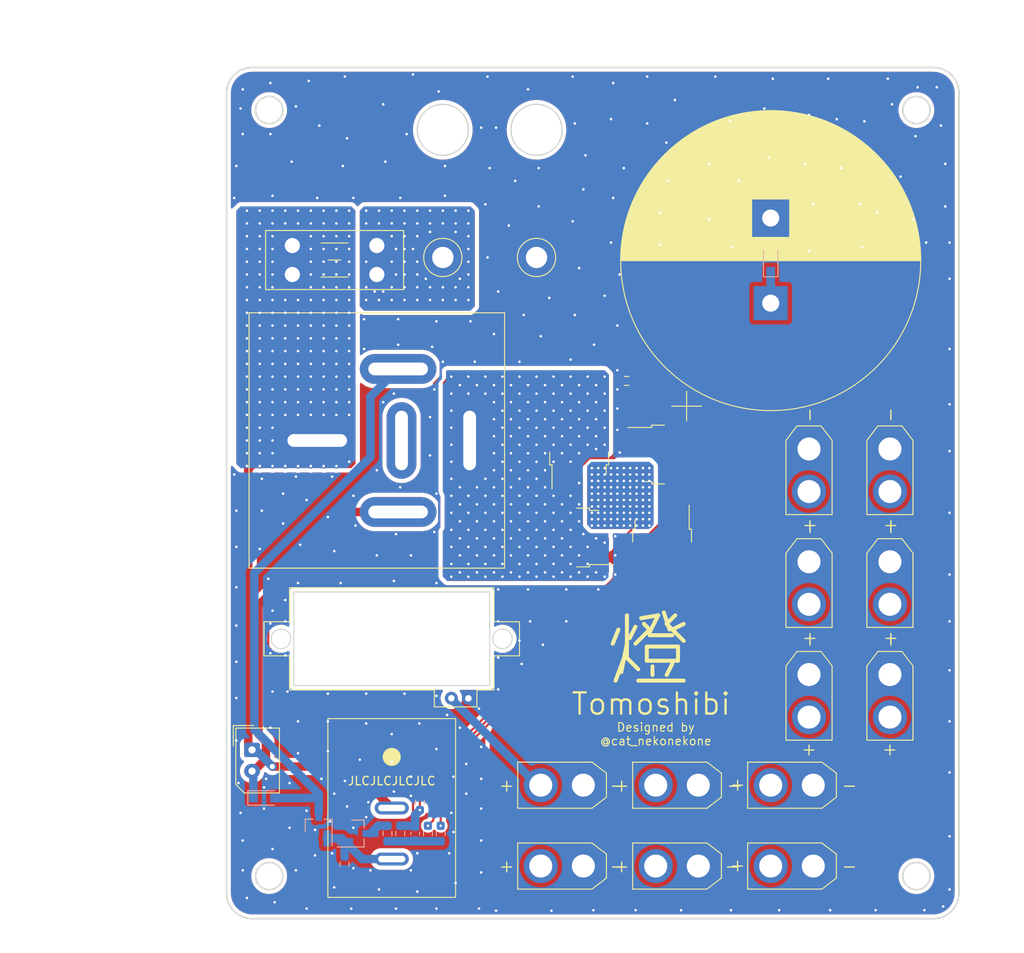
<source format=kicad_pcb>
(kicad_pcb (version 20211014) (generator pcbnew)
  (layers (0 "F.Cu" signal) (31 "B.Cu" signal) (34 "B.Paste" user) (35 "F.Paste" user) (36 "B.SilkS" user "B.Silkscreen") (37 "F.SilkS" user "F.Silkscreen") (38 "B.Mask" user) (39 "F.Mask" user) (44 "Edge.Cuts" user))
  (net 0 "")
  (net 1 "/S-S")
  (net 2 "主電源スイッチ")
  (net 3 "VDD")
  (net 4 "GND")
  (net 5 "ESS")
  (net 6 "+12V")
  (net 7 "RelaySW")
  (net 8 "/RelayIN")
  (net 9 "/RelayOUT")
  (net 10 "Net-(Q3-Pad1)")
  (net 11 "Net-(Q4-Pad1)")
  (net 12 "Net-(Q5-Pad1)")
  (net 13 "Net-(Q5-Pad3)")
  (footprint "Relay:TRV4-L-12V-Z-F" (layer "F.Cu") (at 103.25 93.75 -90)
    (fp_text reference "K1" hide)
    (fp_text value "RAYEX-L90")
  )
  (footprint "Connector_AMASS:AMASS_XT30U-F_1x02_P5.0mm_Vertical" (layer "F.Cu") (at 127.5 134.249999 180)
    (fp_text reference "J2" hide)
    (fp_text value "Conn_01x02_Female")
  )
  (footprint "Connector_AMASS:AMASS_XT30U-F_1x02_P5.0mm_Vertical" (layer "F.Cu") (at 154 108 -90)
    (fp_text reference "J12" hide)
    (fp_text value "Conn_01x02_Female")
  )
  (footprint "Connector_AMASS:AMASS_XT30U-F_1x02_P5.0mm_Vertical" (layer "F.Cu") (at 127.5 143.75 180)
    (fp_text reference "J3" hide)
    (fp_text value "Conn_01x02_Female")
  )
  (footprint "Connector_AMASS:AMASS_XT30U-F_1x02_P5.0mm_Vertical" (layer "F.Cu") (at 154 94.75 -90)
    (fp_text reference "J6" hide)
    (fp_text value "Conn_01x02_Female")
  )
  (footprint "Resistor_SMD:R_0603_1608Metric_Pad0.98x0.95mm_HandSolder" (layer "F.Cu") (at 132.5875 86.75 180)
    (fp_text reference "R7" hide)
    (fp_text value "1k")
  )
  (footprint "Connector_Molex:Molex_SPOX_5267-02A_1x02_P2.50mm_Vertical" (layer "F.Cu") (at 88.6 130.1 -90)
    (fp_text reference "J1" hide)
    (fp_text value "Conn_01x02_Female")
  )
  (footprint "Connector_AMASS:AMASS_XT30U-F_1x02_P5.0mm_Vertical" (layer "F.Cu") (at 154.5 143.75 180)
    (fp_text reference "J9" hide)
    (fp_text value "Conn_01x02_Female")
  )
  (footprint "Connector_AMASS:AMASS_XT30U-F_1x02_P5.0mm_Vertical" (layer "F.Cu") (at 163.5 94.75 -90)
    (fp_text reference "J7" hide)
    (fp_text value "Conn_01x02_Female")
  )
  (footprint "Connector_AMASS:AMASS_XT30U-F_1x02_P5.0mm_Vertical" (layer "F.Cu") (at 141 134.25 180)
    (fp_text reference "J4" hide)
    (fp_text value "Conn_01x02_Female")
  )
  (footprint "Fuse:Fuseholder_Blade_Mini_Keystone_3568" (layer "F.Cu") (at 103.25 74.25 180)
    (fp_text reference "F1" hide)
    (fp_text value "Fuse")
  )
  (footprint "Connector_AMASS:AMASS_XT30U-F_1x02_P5.0mm_Vertical" (layer "F.Cu") (at 154 121.25 -90)
    (fp_text reference "J10" hide)
    (fp_text value "Conn_01x02_Female")
  )
  (footprint "Connector_AMASS:AMASS_XT30U-F_1x02_P5.0mm_Vertical" (layer "F.Cu") (at 163.5 121.25 -90)
    (fp_text reference "J11" hide)
    (fp_text value "Conn_01x02_Female")
  )
  (footprint "Connector_AMASS:AMASS_XT30U-F_1x02_P5.0mm_Vertical" (layer "F.Cu") (at 141 143.750001 180)
    (fp_text reference "J5" hide)
    (fp_text value "Conn_01x02_Female")
  )
  (footprint "Package_TO_SOT_SMD:TO-252-2" (layer "F.Cu") (at 125.75 105.15 180)
    (fp_text reference "Q1" hide)
    (fp_text value "TJ60S04M3L")
  )
  (footprint "Connector_AMASS:AMASS_XT30U-F_1x02_P5.0mm_Vertical" (layer "F.Cu") (at 163.5 108 -90)
    (fp_text reference "J13" hide)
    (fp_text value "Conn_01x02_Female")
  )
  (footprint "Rocker_Switch:DS-850K-S-ON" (layer "F.Cu") (at 105 136.928349 90)
    (fp_text reference "SW1" hide)
    (fp_text value "SW_SPST")
  )
  (footprint "TestPoint:TestPoint_THTPad_D4.0mm_Drill2.0mm" (layer "F.Cu") (at 122 72.25)
    (fp_text reference "H1" hide)
    (fp_text value "MountingHole_Pad")
  )
  (footprint "Package_TO_SOT_SMD:TO-252-2" (layer "F.Cu") (at 136.75 106.65 -90)
    (fp_text reference "Q4" hide)
    (fp_text value "TJ60S04M3L")
  )
  (footprint "Connector_AMASS:AMASS_XT30U-F_1x02_P5.0mm_Vertical" (layer "F.Cu") (at 154.5 134.25 180)
    (fp_text reference "J8" hide)
    (fp_text value "Conn_01x02_Female")
  )
  (footprint "Voltmeter:SuperSmallVoltmeter_twoline" (layer "F.Cu") (at 105 117.05)
    (fp_text reference "MES1" hide)
    (fp_text value "Voltmeter_DC")
    (fp_line (start 11.5 -5.5) (end -11.5 -5.5) (layer "Edge.Cuts") (width 0.12))
    (fp_line (start 11.5 5.5) (end 11.5 2) (layer "Edge.Cuts") (width 0.12))
    (fp_line (start 11.5 2) (end 11.5 -2) (layer "Edge.Cuts") (width 0.12))
    (fp_line (start -11.5 2) (end -11.5 5.5) (layer "Edge.Cuts") (width 0.12))
    (fp_line (start -11.5 -2) (end -11.5 2) (layer "Edge.Cuts") (width 0.12))
    (fp_line (start -11.5 -5.5) (end -11.5 -2) (layer "Edge.Cuts") (width 0.12))
    (fp_line (start 11.5 -2) (end 11.5 -5.5) (layer "Edge.Cuts") (width 0.12))
    (fp_line (start -11.5 5.5) (end 11.5 5.5) (layer "Edge.Cuts") (width 0.12))
    (fp_circle (center 13 0) (end 11.85 0) (layer "Edge.Cuts") (width 0.12) (fill none))
    (fp_circle (center -13 0) (end -14.15 0) (layer "Edge.Cuts") (width 0.12) (fill none))
  )
  (footprint "TestPoint:TestPoint_THTPad_D4.0mm_Drill2.0mm" (layer "F.Cu") (at 111 72.25)
    (fp_text reference "H2" hide)
    (fp_text value "MountingHole_Pad")
  )
  (footprint "Package_TO_SOT_SMD:TO-252-2" (layer "F.Cu") (at 127 94.15 90)
    (fp_text reference "Q2" hide)
    (fp_text value "TJ60S04M3L")
  )
  (footprint "Package_TO_SOT_SMD:TO-252-2" (layer "F.Cu") (at 138 95.4)
    (fp_text reference "Q3" hide)
    (fp_text value "TJ60S04M3L")
  )
  (footprint "Capacitor_THT:CP_Radial_D35.0mm_P10.00mm_SnapIn" (layer "F.Cu") (at 149.5 77.619 90)
    (fp_text reference "C2" hide)
    (fp_text value "10000uF")
  )
  (footprint "Package_TO_SOT_SMD:SOT-23_Handsoldering" (layer "B.Cu") (at 101 139.928349)
    (fp_text reference "Q5" hide)
    (fp_text value "BSS138")
  )
  (footprint "Diode_SMD:D_SOD-323_HandSoldering" (layer "B.Cu") (at 149.5 72.619 90)
    (fp_text reference "D2" hide)
    (fp_text value "CUS10F30")
  )
  (footprint "Resistor_SMD:R_0603_1608Metric_Pad0.98x0.95mm_HandSolder" (layer "B.Cu") (at 99.47 143.54 90)
    (fp_text reference "R6" hide)
    (fp_text value "10k")
  )
  (footprint "Resistor_SMD:R_0603_1608Metric_Pad0.98x0.95mm_HandSolder" (layer "B.Cu") (at 110.75 139.928349 90)
    (fp_text reference "R4" hide)
    (fp_text value "510")
  )
  (footprint "Resistor_SMD:R_0603_1608Metric_Pad0.98x0.95mm_HandSolder" (layer "B.Cu") (at 104.5 139.928349 -90)
    (fp_text reference "R5" hide)
    (fp_text value "10k")
  )
  (footprint "Package_TO_SOT_SMD:SOT-23_Handsoldering" (layer "B.Cu") (at 96.42 139 90)
    (fp_text reference "Q6" hide)
    (fp_text value "BSS138")
  )
  (footprint "Resistor_SMD:R_0603_1608Metric_Pad0.98x0.95mm_HandSolder" (layer "B.Cu") (at 106 139.928349 -90)
    (fp_text reference "R2" hide)
    (fp_text value "100k")
  )
  (footprint "Capacitor_SMD:C_0603_1608Metric_Pad1.08x0.95mm_HandSolder" (layer "B.Cu") (at 107.75 139.928349 -90)
    (fp_text reference "C1" hide)
    (fp_text value "1uF")
  )
  (footprint "Resistor_SMD:R_0603_1608Metric_Pad0.98x0.95mm_HandSolder" (layer "B.Cu") (at 109.25 139.928349 -90)
    (fp_text reference "R3" hide)
    (fp_text value "510")
  )
  (footprint "Resistor_SMD:R_0603_1608Metric_Pad0.98x0.95mm_HandSolder" (layer "B.Cu") (at 108.3 136.26 -90)
    (fp_text reference "R1" hide)
    (fp_text value "10k")
  )
  (footprint "Diode_SMD:D_SOD-323_HandSoldering" (layer "B.Cu") (at 90 135.75)
    (fp_text reference "D1" hide)
    (fp_text value "CUS10F30")
  )
  (gr_circle (center 90.606788 54.92831) (end 91.738159 53.796939) (layer "Edge.Cuts") (width 0.2) (fill none))
  (gr_arc (start 168.606787 49.92831) (mid 170.728112 50.806986) (end 171.606787 52.92831) (layer "Edge.Cuts") (width 0.2))
  (gr_circle (center 111 57.25) (end 114 57.25) (layer "Edge.Cuts") (width 0.15) (fill none))
  (gr_line (start 88.606787 149.92831) (end 168.606787 149.92831) (layer "Edge.Cuts") (width 0.2))
  (gr_line (start 171.606787 146.92831) (end 171.606787 52.92831) (layer "Edge.Cuts") (width 0.2))
  (gr_circle (center 90.606787 144.92831) (end 91.738158 143.796939) (layer "Edge.Cuts") (width 0.2) (fill none))
  (gr_circle (center 166.606787 54.92831) (end 167.738158 53.796939) (layer "Edge.Cuts") (width 0.2) (fill none))
  (gr_line (start 168.606787 49.92831) (end 88.606787 49.92831) (layer "Edge.Cuts") (width 0.2))
  (gr_arc (start 88.606787 149.92831) (mid 86.485466 149.049631) (end 85.606788 146.92831) (layer "Edge.Cuts") (width 0.2))
  (gr_circle (center 166.606787 144.928309) (end 167.738158 143.796939) (layer "Edge.Cuts") (width 0.2) (fill none))
  (gr_arc (start 171.606787 146.92831) (mid 170.728107 149.04963) (end 168.606787 149.92831) (layer "Edge.Cuts") (width 0.2))
  (gr_line (start 85.606787 52.92831) (end 85.606788 146.92831) (layer "Edge.Cuts") (width 0.2))
  (gr_arc (start 85.606787 52.92831) (mid 86.485467 50.80699) (end 88.606787 49.92831) (layer "Edge.Cuts") (width 0.2))
  (gr_circle (center 122 57.25) (end 125 57.25) (layer "Edge.Cuts") (width 0.15) (fill none))
  (gr_text "燈" (at 135.45 118.75) (layer "F.SilkS") (effects (font (size 7 7) (thickness 0.47))))
  (gr_text "Designed by\n@cat_nekonekone" (at 136 128.25) (layer "F.SilkS") (effects (font (size 1 1) (thickness 0.13))))
  (gr_text "Tomoshibi" (at 135.45 124.7) (layer "F.SilkS") (effects (font (size 2.5 2.5) (thickness 0.27))))
  (gr_text "JLCJLCJLCJLC" (at 105 133.75) (layer "F.SilkS") (effects (font (size 1 1))))
  (segment (start 108.3 133.88) (end 108.3 137.1725) (width 0.25) (layer "F.Cu") (net 1))
  (segment (start 132.31 105.093604) (end 132.31 109.87) (width 0.25) (layer "F.Cu") (net 1))
  (segment (start 134.47 102.45) (end 134.47 102.933604) (width 0.25) (layer "F.Cu") (net 1))
  (segment (start 134.47 102.933604) (end 132.31 105.093604) (width 0.25) (layer "F.Cu") (net 1))
  (segment (start 132.31 109.87) (end 108.3 133.88) (width 0.25) (layer "F.Cu") (net 1))
  (via (at 133.75 99.25) (size 0.6) (drill 0.3) (layers "F.Cu" "B.Cu") (net 1))
  (via (at 129.25 97) (size 0.6) (drill 0.3) (layers "F.Cu" "B.Cu") (net 1))
  (via (at 128.5 99.25) (size 0.6) (drill 0.3) (layers "F.Cu" "B.Cu") (net 1))
  (via (at 128.5 103) (size 0.6) (drill 0.3) (layers "F.Cu" "B.Cu") (net 1))
  (via (at 129.25 103.75) (size 0.6) (drill 0.3) (layers "F.Cu" "B.Cu") (net 1))
  (via (at 130.75 99.25) (size 0.6) (drill 0.3) (layers "F.Cu" "B.Cu") (net 1))
  (via (at 135.25 97.75) (size 0.6) (drill 0.3) (layers "F.Cu" "B.Cu") (net 1))
  (via (at 132.25 102.25) (size 0.6) (drill 0.3) (layers "F.Cu" "B.Cu") (net 1))
  (via (at 128.5 100) (size 0.6) (drill 0.3) (layers "F.Cu" "B.Cu") (net 1))
  (via (at 134.5 97.75) (size 0.6) (drill 0.3) (layers "F.Cu" "B.Cu") (net 1))
  (via (at 133.75 100.75) (size 0.6) (drill 0.3) (layers "F.Cu" "B.Cu") (net 1))
  (via (at 133.75 103) (size 0.6) (drill 0.3) (layers "F.Cu" "B.Cu") (net 1))
  (via (at 130.75 97.75) (size 0.6) (drill 0.3) (layers "F.Cu" "B.Cu") (net 1))
  (via (at 130 103) (size 0.6) (drill 0.3) (layers "F.Cu" "B.Cu") (net 1))
  (via (at 131.5 103.75) (size 0.6) (drill 0.3) (layers "F.Cu" "B.Cu") (net 1))
  (via (at 135.25 99.25) (size 0.6) (drill 0.3) (layers "F.Cu" "B.Cu") (net 1))
  (via (at 128.5 100.75) (size 0.6) (drill 0.3) (layers "F.Cu" "B.Cu") (net 1))
  (via (at 130 98.5) (size 0.6) (drill 0.3) (layers "F.Cu" "B.Cu") (net 1))
  (via (at 132.25 98.5) (size 0.6) (drill 0.3) (layers "F.Cu" "B.Cu") (net 1))
  (via (at 135.25 100) (size 0.6) (drill 0.3) (layers "F.Cu" "B.Cu") (net 1))
  (via (at 128.5 101.5) (size 0.6) (drill 0.3) (layers "F.Cu" "B.Cu") (net 1))
  (via (at 131.5 100) (size 0.6) (drill 0.3) (layers "F.Cu" "B.Cu") (net 1))
  (via (at 134.5 103) (size 0.6) (drill 0.3) (layers "F.Cu" "B.Cu") (net 1))
  (via (at 133 102.25) (size 0.6) (drill 0.3) (layers "F.Cu" "B.Cu") (net 1))
  (via (at 134.5 98.5) (size 0.6) (drill 0.3) (layers "F.Cu" "B.Cu") (net 1))
  (via (at 130 101.5) (size 0.6) (drill 0.3) (layers "F.Cu" "B.Cu") (net 1))
  (via (at 135.25 97) (size 0.6) (drill 0.3) (layers "F.Cu" "B.Cu") (net 1))
  (via (at 130 100) (size 0.6) (drill 0.3) (layers "F.Cu" "B.Cu") (net 1))
  (via (at 131.5 103) (size 0.6) (drill 0.3) (layers "F.Cu" "B.Cu") (net 1))
  (via (at 129.25 97.75) (size 0.6) (drill 0.3) (layers "F.Cu" "B.Cu") (net 1))
  (via (at 133.75 101.5) (size 0.6) (drill 0.3) (layers "F.Cu" "B.Cu") (net 1))
  (via (at 130.75 100.75) (size 0.6) (drill 0.3) (layers "F.Cu" "B.Cu") (net 1))
  (via (at 133.75 97.75) (size 0.6) (drill 0.3) (layers "F.Cu" "B.Cu") (net 1))
  (via (at 131.5 101.5) (size 0.6) (drill 0.3) (layers "F.Cu" "B.Cu") (net 1))
  (via (at 129.25 101.5) (size 0.6) (drill 0.3) (layers "F.Cu" "B.Cu") (net 1))
  (via (at 133 100.75) (size 0.6) (drill 0.3) (layers "F.Cu" "B.Cu") (net 1))
  (via (at 130.75 103) (size 0.6) (drill 0.3) (layers "F.Cu" "B.Cu") (net 1))
  (via (at 133 99.25) (size 0.6) (drill 0.3) (layers "F.Cu" "B.Cu") (net 1))
  (via (at 134.5 100.75) (size 0.6) (drill 0.3) (layers "F.Cu" "B.Cu") (net 1))
  (via (at 130.75 102.25) (size 0.6) (drill 0.3) (layers "F.Cu" "B.Cu") (net 1))
  (via (at 128.5 103.75) (size 0.6) (drill 0.3) (layers "F.Cu" "B.Cu") (net 1))
  (via (at 128.5 98.5) (size 0.6) (drill 0.3) (layers "F.Cu" "B.Cu") (net 1))
  (via (at 134.5 103.75) (size 0.6) (drill 0.3) (layers "F.Cu" "B.Cu") (net 1))
  (via (at 131.5 98.5) (size 0.6) (drill 0.3) (layers "F.Cu" "B.Cu") (net 1))
  (via (at 130.75 98.5) (size 0.6) (drill 0.3) (layers "F.Cu" "B.Cu") (net 1))
  (via (at 133 100) (size 0.6) (drill 0.3) (layers "F.Cu" "B.Cu") (net 1))
  (via (at 134.5 99.25) (size 0.6) (drill 0.3) (layers "F.Cu" "B.Cu") (net 1))
  (via (at 129.25 100) (size 0.6) (drill 0.3) (layers "F.Cu" "B.Cu") (net 1))
  (via (at 128.5 97) (size 0.6) (drill 0.3) (layers "F.Cu" "B.Cu") (net 1))
  (via (at 129.25 103) (size 0.6) (drill 0.3) (layers "F.Cu" "B.Cu") (net 1))
  (via (at 131.5 102.25) (size 0.6) (drill 0.3) (layers "F.Cu" "B.Cu") (net 1))
  (via (at 130 97.75) (size 0.6) (drill 0.3) (layers "F.Cu" "B.Cu") (net 1))
  (via (at 133 98.5) (size 0.6) (drill 0.3) (layers "F.Cu" "B.Cu") (net 1))
  (via (at 129.25 98.5) (size 0.6) (drill 0.3) (layers "F.Cu" "B.Cu") (net 1))
  (via (at 133 101.5) (size 0.6) (drill 0.3) (layers "F.Cu" "B.Cu") (net 1))
  (via (at 135.25 103.75) (size 0.6) (drill 0.3) (layers "F.Cu" "B.Cu") (net 1))
  (via (at 130 99.25) (size 0.6) (drill 0.3) (layers "F.Cu" "B.Cu") (net 1))
  (via (at 135.25 102.25) (size 0.6) (drill 0.3) (layers "F.Cu" "B.Cu") (net 1))
  (via (at 129.25 100.75) (size 0.6) (drill 0.3) (layers "F.Cu" "B.Cu") (net 1))
  (via (at 135.25 103) (size 0.6) (drill 0.3) (layers "F.Cu" "B.Cu") (net 1))
  (via (at 132.25 100.75) (size 0.6) (drill 0.3) (layers "F.Cu" "B.Cu") (net 1))
  (via (at 130 103.75) (size 0.6) (drill 0.3) (layers "F.Cu" "B.Cu") (net 1))
  (via (at 130 97) (size 0.6) (drill 0.3) (layers "F.Cu" "B.Cu") (net 1))
  (via (at 131.5 99.25) (size 0.6) (drill 0.3) (layers "F.Cu" "B.Cu") (net 1))
  (via (at 108.3 137.1725) (size 0.6) (drill 0.3) (layers "F.Cu" "B.Cu") (net 1))
  (via (at 133.75 103.75) (size 0.6) (drill 0.3) (layers "F.Cu" "B.Cu") (net 1))
  (via (at 135.25 100.75) (size 0.6) (drill 0.3) (layers "F.Cu" "B.Cu") (net 1))
  (via (at 133 103) (size 0.6) (drill 0.3) (layers "F.Cu" "B.Cu") (net 1))
  (via (at 130.75 100) (size 0.6) (drill 0.3) (layers "F.Cu" "B.Cu") (net 1))
  (via (at 132.25 103.75) (size 0.6) (drill 0.3) (layers "F.Cu" "B.Cu") (net 1))
  (via (at 133.75 102.25) (size 0.6) (drill 0.3) (layers "F.Cu" "B.Cu") (net 1))
  (via (at 134.5 101.5) (size 0.6) (drill 0.3) (layers "F.Cu" "B.Cu") (net 1))
  (via (at 134.5 102.25) (size 0.6) (drill 0.3) (layers "F.Cu" "B.Cu") (net 1))
  (via (at 131.5 100.75) (size 0.6) (drill 0.3) (layers "F.Cu" "B.Cu") (net 1))
  (via (at 133 97.75) (size 0.6) (drill 0.3) (layers "F.Cu" "B.Cu") (net 1))
  (via (at 134.5 97) (size 0.6) (drill 0.3) (layers "F.Cu" "B.Cu") (net 1))
  (via (at 132.25 101.5) (size 0.6) (drill 0.3) (layers "F.Cu" "B.Cu") (net 1))
  (via (at 128.5 102.25) (size 0.6) (drill 0.3) (layers "F.Cu" "B.Cu") (net 1))
  (via (at 130 102.25) (size 0.6) (drill 0.3) (layers "F.Cu" "B.Cu") (net 1))
  (via (at 130.75 101.5) (size 0.6) (drill 0.3) (layers "F.Cu" "B.Cu") (net 1))
  (via (at 129.25 99.25) (size 0.6) (drill 0.3) (layers "F.Cu" "B.Cu") (net 1))
  (via (at 132.25 97.75) (size 0.6) (drill 0.3) (layers "F.Cu" "B.Cu") (net 1))
  (via (at 135.25 98.5) (size 0.6) (drill 0.3) (layers "F.Cu" "B.Cu") (net 1))
  (via (at 132.25 100) (size 0.6) (drill 0.3) (layers "F.Cu" "B.Cu") (net 1))
  (via (at 130.75 103.75) (size 0.6) (drill 0.3) (layers "F.Cu" "B.Cu") (net 1))
  (via (at 130.75 97) (size 0.6) (drill 0.3) (layers "F.Cu" "B.Cu") (net 1))
  (via (at 128.5 97.75) (size 0.6) (drill 0.3) (layers "F.Cu" "B.Cu") (net 1))
  (via (at 132.25 99.25) (size 0.6) (drill 0.3) (layers "F.Cu" "B.Cu") (net 1))
  (via (at 135.25 101.5) (size 0.6) (drill 0.3) (layers "F.Cu" "B.Cu") (net 1))
  (via (at 131.5 97.75) (size 0.6) (drill 0.3) (layers "F.Cu" "B.Cu") (net 1))
  (via (at 132.25 97) (size 0.6) (drill 0.3) (layers "F.Cu" "B.Cu") (net 1))
  (via (at 129.25 102.25) (size 0.6) (drill 0.3) (layers "F.Cu" "B.Cu") (net 1))
  (via (at 132.25 103) (size 0.6) (drill 0.3) (layers "F.Cu" "B.Cu") (net 1))
  (via (at 134.5 100) (size 0.6) (drill 0.3) (layers "F.Cu" "B.Cu") (net 1))
  (via (at 133 103.75) (size 0.6) (drill 0.3) (layers "F.Cu" "B.Cu") (net 1))
  (via (at 133.75 97) (size 0.6) (drill 0.3) (layers "F.Cu" "B.Cu") (net 1))
  (via (at 133 97) (size 0.6) (drill 0.3) (layers "F.Cu" "B.Cu") (net 1))
  (via (at 130 100.75) (size 0.6) (drill 0.3) (layers "F.Cu" "B.Cu") (net 1))
  (via (at 133.75 98.5) (size 0.6) (drill 0.3) (layers "F.Cu" "B.Cu") (net 1))
  (via (at 131.5 97) (size 0.6) (drill 0.3) (layers "F.Cu" "B.Cu") (net 1))
  (via (at 133.75 100) (size 0.6) (drill 0.3) (layers "F.Cu" "B.Cu") (net 1))
  (segment (start 107.75 137.7225) (end 108.3 137.1725) (width 1) (layer "B.Cu") (net 1))
  (segment (start 107.75 139.065849) (end 107.75 137.7225) (width 1) (layer "B.Cu") (net 1))
  (segment (start 106 139.015849) (end 107.7 139.015849) (width 1) (layer "B.Cu") (net 1))
  (segment (start 107.7 139.015849) (end 107.75 139.065849) (width 1) (layer "B.Cu") (net 1))
  (segment (start 104.5 140.840849) (end 110.75 140.840849) (width 1) (layer "B.Cu") (net 2))
  (segment (start 122.132418 134.249999) (end 112 124.117581) (width 1) (layer "B.Cu") (net 3))
  (segment (start 149.5 77.619) (end 149.5 73.869) (width 1) (layer "B.Cu") (net 3))
  (segment (start 122.5 134.249999) (end 122.132418 134.249999) (width 1) (layer "B.Cu") (net 3))
  (segment (start 112 124.117581) (end 112 124.035) (width 1) (layer "B.Cu") (net 3))
  (segment (start 90.75 115.25) (end 90.75 115.75) (width 0.25) (layer "F.Cu") (net 4))
  (segment (start 107.5 136.25) (end 107.5 141.75) (width 0.25) (layer "F.Cu") (net 4))
  (segment (start 90.75 115.75) (end 90.5 116) (width 0.25) (layer "F.Cu") (net 4))
  (segment (start 107.25 135.5) (end 107.25 136) (width 0.25) (layer "F.Cu") (net 4))
  (segment (start 107.5 141.75) (end 108 142.25) (width 0.25) (layer "F.Cu") (net 4))
  (segment (start 90.5 116) (end 90.5 118) (width 0.25) (layer "F.Cu") (net 4))
  (segment (start 107.25 136) (end 107.5 136.25) (width 0.25) (layer "F.Cu") (net 4))
  (segment (start 110.575 100.325) (end 110.575 103.925) (width 0.25) (layer "F.Cu") (net 4))
  (segment (start 131.11 95.82) (end 131.77 95.16) (width 0.25) (layer "F.Cu") (net 4))
  (segment (start 90.75 118.25) (end 90.5 118) (width 0.25) (layer "F.Cu") (net 4))
  (segment (start 110 87.75) (end 110 87) (width 0.25) (layer "F.Cu") (net 4))
  (segment (start 128.24 95.82) (end 131.11 95.82) (width 0.25) (layer "F.Cu") (net 4))
  (segment (start 110 87) (end 110.75 86.25) (width 0.25) (layer "F.Cu") (net 4))
  (segment (start 129.75 111.25) (end 131.25 109.75) (width 0.25) (layer "F.Cu") (net 4))
  (segment (start 110.75 86.25) (end 110.75 84.75) (width 0.25) (layer "F.Cu") (net 4))
  (segment (start 110.575 103.925) (end 110 104.5) (width 0.25) (layer "F.Cu") (net 4))
  (segment (start 125.71 98.35) (end 128.24 95.82) (width 0.25) (layer "F.Cu") (net 4))
  (segment (start 110.25 100) (end 110.575 100.325) (width 0.25) (layer "F.Cu") (net 4))
  (segment (start 131.25 109.75) (end 131.25 109.5) (width 0.25) (layer "F.Cu") (net 4))
  (segment (start 110.75 84.75) (end 111 84.5) (width 0.25) (layer "F.Cu") (net 4))
  (segment (start 129.25 111.25) (end 129.75 111.25) (width 0.25) (layer "F.Cu") (net 4))
  (segment (start 90.75 118.75) (end 90.75 118.25) (width 0.25) (layer "F.Cu") (net 4))
  (segment (start 124.72 98.35) (end 125.71 98.35) (width 0.25) (layer "F.Cu") (net 4))
  (via (at 170.5 95) (size 0.6) (drill 0.3) (layers "F.Cu" "B.Cu") (net 4))
  (via (at 122.25 61.75) (size 0.6) (drill 0.3) (layers "F.Cu" "B.Cu") (net 4))
  (via (at 91 123.25) (size 0.6) (drill 0.3) (layers "F.Cu" "B.Cu") (net 4))
  (via (at 131.5 87.75) (size 0.6) (drill 0.3) (layers "F.Cu" "B.Cu") (net 4))
  (via (at 148.75 54.75) (size 0.6) (drill 0.3) (layers "F.Cu" "B.Cu") (net 4))
  (via (at 98 98) (size 0.6) (drill 0.3) (layers "F.Cu" "B.Cu") (net 4))
  (via (at 169.75 148.5) (size 0.6) (drill 0.3) (layers "F.Cu" "B.Cu") (net 4))
  (via (at 170.5 126.75) (size 0.6) (drill 0.3) (layers "F.Cu" "B.Cu") (net 4))
  (via (at 136.5 70.75) (size 0.6) (drill 0.3) (layers "F.Cu" "B.Cu") (net 4))
  (via (at 117.5 111.25) (size 0.6) (drill 0.3) (layers "F.Cu" "B.Cu") (net 4))
  (via (at 153.5 61.25) (size 0.6) (drill 0.3) (layers "F.Cu" "B.Cu") (net 4))
  (via (at 127.75 60.25) (size 0.6) (drill 0.3) (layers "F.Cu" "B.Cu") (net 4))
  (via (at 110.25 123.75) (size 0.6) (drill 0.3) (layers "F.Cu" "B.Cu") (net 4))
  (via (at 117.5 115) (size 0.6) (drill 0.3) (layers "F.Cu" "B.Cu") (net 4))
  (via (at 122.5 81.5) (size 0.6) (drill 0.3) (layers "F.Cu" "B.Cu") (net 4))
  (via (at 87.5 52.5) (size 0.6) (drill 0.3) (layers "F.Cu" "B.Cu") (net 4))
  (via (at 154 71.5) (size 0.6) (drill 0.3) (layers "F.Cu" "B.Cu") (net 4))
  (via (at 115.5 140.75) (size 0.6) (drill 0.3) (layers "F.Cu" "B.Cu") (net 4))
  (via (at 111.25 65) (size 0.6) (drill 0.3) (layers "F.Cu" "B.Cu") (net 4))
  (via (at 102 138) (size 0.6) (drill 0.3) (layers "F.Cu" "B.Cu") (net 4))
  (via (at 94 130.5) (size 0.6) (drill 0.3) (layers "F.Cu" "B.Cu") (net 4))
  (via (at 131.25 105) (size 0.6) (drill 0.3) (layers "F.Cu" "B.Cu") (net 4))
  (via (at 96.75 133.5) (size 0.6) (drill 0.3) (layers "F.Cu" "B.Cu") (net 4))
  (via (at 144.75 56.25) (size 0.6) (drill 0.3) (layers "F.Cu" "B.Cu") (net 4))
  (via (at 117.25 57) (size 0.6) (drill 0.3) (layers "F.Cu" "B.Cu") (net 4))
  (via (at 117.5 76.25) (size 0.6) (drill 0.3) (layers "F.Cu" "B.Cu") (net 4))
  (via (at 170.5 120.75) (size 0.6) (drill 0.3) (layers "F.Cu" "B.Cu") (net 4))
  (via (at 121 111.25) (size 0.6) (drill 0.3) (layers "F.Cu" "B.Cu") (net 4))
  (via (at 145 71) (size 0.6) (drill 0.3) (layers "F.Cu" "B.Cu") (net 4))
  (via (at 114.75 84.5) (size 0.6) (drill 0.3) (layers "F.Cu" "B.Cu") (net 4))
  (via (at 98 142.25) (size 0.6) (drill 0.3) (layers "F.Cu" "B.Cu") (net 4))
  (via (at 102.5 144.25) (size 0.6) (drill 0.3) (layers "F.Cu" "B.Cu") (net 4))
  (via (at 103.25 107.25) (size 0.6) (drill 0.3) (layers "F.Cu" "B.Cu") (net 4))
  (via (at 111 84.5) (size 0.6) (drill 0.3) (layers "F.Cu" "B.Cu") (net 4))
  (via (at 105.25 88.25) (size 0.6) (drill 0.3) (layers "F.Cu" "B.Cu") (net 4))
  (via (at 130.75 56) (size 0.6) (drill 0.3) (layers "F.Cu" "B.Cu") (net 4))
  (via (at 164.75 62.75) (size 0.6) (drill 0.3) (layers "F.Cu" "B.Cu") (net 4))
  (via (at 111.5 126) (size 0.6) (drill 0.3) (layers "F.Cu" "B.Cu") (net 4))
  (via (at 115.5 129.75) (size 0.6) (drill 0.3) (layers "F.Cu" "B.Cu") (net 4))
  (via (at 130 76.75) (size 0.6) (drill 0.3) (layers "F.Cu" "B.Cu") (net 4))
  (via (at 117 81.25) (size 0.6) (drill 0.3) (layers "F.Cu" "B.Cu") (net 4))
  (via (at 90.25 133.5) (size 0.6) (drill 0.3) (layers "F.Cu" "B.Cu") (net 4))
  (via (at 170 66.25) (size 0.6) (drill 0.3) (layers "F.Cu" "B.Cu") (net 4))
  (via (at 92.75 123.25) (size 0.6) (drill 0.3) (layers "F.Cu" "B.Cu") (net 4))
  (via (at 94 126.75) (size 0.6) (drill 0.3) (layers "F.Cu" "B.Cu") (net 4))
  (via (at 115.5 144.5) (size 0.6) (drill 0.3) (layers "F.Cu" "B.Cu") (net 4))
  (via (at 117.25 149) (size 0.6) (drill 0.3) (layers "F.Cu" "B.Cu") (net 4))
  (via (at 86.75 111) (size 0.6) (drill 0.3) (layers "F.Cu" "B.Cu") (net 4))
  (via (at 145.75 63.25) (size 0.6) (drill 0.3) (layers "F.Cu" "B.Cu") (net 4))
  (via (at 160.5 56.25) (size 0.6) (drill 0.3) (layers "F.Cu" "B.Cu") (net 4))
  (via (at 93 139.25) (size 0.6) (drill 0.3) (layers "F.Cu" "B.Cu") (net 4))
  (via (at 101.75 79.5) (size 0.6) (drill 0.3) (layers "F.Cu" "B.Cu") (net 4))
  (via (at 98.25 135.25) (size 0.6) (drill 0.3) (layers "F.Cu" "B.Cu") (net 4))
  (via (at 110.5 52.75) (size 0.6) (drill 0.3) (layers "F.Cu" "B.Cu") (net 4))
  (via (at 110.25 130) (size 0.6) (drill 0.3) (layers "F.Cu" "B.Cu") (net 4))
  (via (at 90 137) (size 0.6) (drill 0.3) (layers "F.Cu" "B.Cu") (net 4))
  (via (at 128.75 82.5) (size 0.6) (drill 0.3) (layers "F.Cu" "B.Cu") (net 4))
  (via (at 127 73.5) (size 0.6) (drill 0.3) (layers "F.Cu" "B.Cu") (net 4))
  (via (at 93 134) (size 0.6) (drill 0.3) (layers "F.Cu" "B.Cu") (net 4))
  (via (at 102 123.5) (size 0.6) (drill 0.3) (layers "F.Cu" "B.Cu") (net 4))
  (via (at 149.75 51.25) (size 0.6) (drill 0.3) (layers "F.Cu" "B.Cu") (net 4))
  (via (at 92.5 119) (size 0.6) (drill 0.3) (layers "F.Cu" "B.Cu") (net 4))
  (via (at 131 65.25) (size 0.6) (drill 0.3) (layers "F.Cu" "B.Cu") (net 4))
  (via (at 104 54.25) (size 0.6) (drill 0.3) (layers "F.Cu" "B.Cu") (net 4))
  (via (at 169 52.25) (size 0.6) (drill 0.3) (layers "F.Cu" "B.Cu") (net 4))
  (via (at 91 141.75) (size 0.6) (drill 0.3) (layers "F.Cu" "B.Cu") (net 4))
  (via (at 131.75 74.25) (size 0.6) (drill 0.3) (layers "F.Cu" "B.Cu") (net 4))
  (via (at 92.25 103.5) (size 0.6) (drill 0.3) (layers "F.Cu" "B.Cu") (net 4))
  (via (at 126.25 68) (size 0.6) (drill 0.3) (layers "F.Cu" "B.Cu") (net 4))
  (via (at 102.25 136.25) (size 0.6) (drill 0.3) (layers "F.Cu" "B.Cu") (net 4))
  (via (at 105 128.25) (size 0.6) (drill 0.3) (layers "F.Cu" "B.Cu") (net 4))
  (via (at 156.25 51.25) (size 0.6) (drill 0.3) (layers "F.Cu" "B.Cu") (net 4))
  (via (at 131.25 107.25) (size 0.6) (drill 0.3) (layers "F.Cu" "B.Cu") (net 4))
  (via (at 86.75 106.25) (size 0.6) (drill 0.3) (layers "F.Cu" "B.Cu") (net 4))
  (via (at 105.75 82.5) (size 0.6) (drill 0.3) (layers "F.Cu" "B.Cu") (net 4))
  (via (at 160.25 71) (size 0.6) (drill 0.3) (layers "F.Cu" "B.Cu") (net 4))
  (via (at 107.5 50.75) (size 0.6) (drill 0.3) (layers "F.Cu" "B.Cu") (net 4))
  (via (at 106 99.25) (size 0.6) (drill 0.3) (layers "F.Cu" "B.Cu") (net 4))
  (via (at 87.5 140.75) (size 0.6) (drill 0.3) (layers "F.Cu" "B.Cu") (net 4))
  (via (at 170.5 132.75) (size 0.6) (drill 0.3) (layers "F.Cu" "B.Cu") (net 4))
  (via (at 109.5 91) (size 0.6) (drill 0.3) (layers "F.Cu" "B.Cu") (net 4))
  (via (at 86.75 129) (size 0.6) (drill 0.3) (layers "F.Cu" "B.Cu") (net 4))
  (via (at 92.5 115) (size 0.6) (drill 0.3) (layers "F.Cu" "B.Cu") (net 4))
  (via (at 100.5 139.25) (size 0.6) (drill 0.3) (layers "F.Cu" "B.Cu") (net 4))
  (via (at 135 56.5) (size 0.6) (drill 0.3) (layers "F.Cu" "B.Cu") (net 4))
  (via (at 170.5 140.25) (size 0.6) (drill 0.3) (layers "F.Cu" "B.Cu") (net 4))
  (via (at 90.75 127.5) (size 0.6) (drill 0.3) (layers "F.Cu" "B.Cu") (net 4))
  (via (at 102 127) (size 0.6) (drill 0.3) (layers "F.Cu" "B.Cu") (net 4))
  (via (at 97.5 130.25) (size 0.6) (drill 0.3) (layers "F.Cu" "B.Cu") (net 4))
  (via (at 127.5 64.25) (size 0.6) (drill 0.3) (layers "F.Cu" "B.Cu") (net 4))
  (via (at 108 146.75) (size 0.6) (drill 0.3) (layers "F.Cu" "B.Cu") (net 4))
  (via (at 131.25 109.5) (size 0.6) (drill 0.3) (layers "F.Cu" "B.Cu") (net 4))
  (via (at 123.75 149) (size 0.6) (drill 0.3) (layers "F.Cu" "B.Cu") (net 4))
  (via (at 105.5 148.75) (size 0.6) (drill 0.3) (layers "F.Cu" "B.Cu") (net 4))
  (via (at 170.5 83) (size 0.6) (drill 0.3) (layers "F.Cu" "B.Cu") (net 4))
  (via (at 103.5 146.5) (size 0.6) (drill 0.3) (layers "F.Cu" "B.Cu") (net 4))
  (via (at 90.5 110) (size 0.6) (drill 0.3) (layers "F.Cu" "B.Cu") (net 4))
  (via (at 94 110.5) (size 0.6) (drill 0.3) (layers "F.Cu" "B.Cu") (net 4))
  (via (at 106 65.25) (size 0.6) (drill 0.3) (layers "F.Cu" "B.Cu") (net 4))
  (via (at 89.5 106.5) (size 0.6) (drill 0.3) (layers "F.Cu" "B.Cu") (net 4))
  (via (at 96 142.5) (size 0.6) (drill 0.3) (layers "F.Cu" "B.Cu") (net 4))
  (via (at 121 52.5) (size 0.6) (drill 0.3) (layers "F.Cu" "B.Cu") (net 4))
  (via (at 104.25 61) (size 0.6) (drill 0.3) (layers "F.Cu" "B.Cu") (net 4))
  (via (at 89.75 98.25) (size 0.6) (drill 0.3) (layers "F.Cu" "B.Cu") (net 4))
  (via (at 137.5 63.25) (size 0.6) (drill 0.3) (layers "F.Cu" "B.Cu") (net 4))
  (via (at 87.25 137.5) (size 0.6) (drill 0.3) (layers "F.Cu" "B.Cu") (net 4))
  (via (at 106.75 57.75) (size 0.6) (drill 0.3) (layers "F.Cu" "B.Cu") (net 4))
  (via (at 122.25 66.25) (size 0.6) (drill 0.3) (layers "F.Cu" "B.Cu") (net 4))
  (via (at 142.25 67.75) (size 0.6) (drill 0.3) (layers "F.Cu" "B.Cu") (net 4))
  (via (at 117.5 123) (size 0.6) (drill 0.3) (layers "F.Cu" "B.Cu") (net 4))
  (via (at 167.547745 148.939817) (size 0.6) (drill 0.3) (layers "F.Cu" "B.Cu") (net 4))
  (via (at 93.75 144.25) (size 0.6) (drill 0.3) (layers "F.Cu" "B.Cu") (net 4))
  (via (at 166.75 52.25) (size 0.6) (drill 0.3) (layers "F.Cu" "B.Cu") (net 4))
  (via (at 120.25 120) (size 0.6) (drill 0.3) (layers "F.Cu" "B.Cu") (net 4))
  (via (at 97.5 123.5) (size 0.6) (drill 0.3) (layers "F.Cu" "B.Cu") (net 4))
  (via (at 120 84.5) (size 0.6) (drill 0.3) (layers "F.Cu" "B.Cu") (net 4))
  (via (at 149.25 60.5) (size 0.6) (drill 0.3) (layers "F.Cu" "B.Cu") (net 4))
  (via (at 92.5 112.5) (size 0.6) (drill 0.3) (layers "F.Cu" "B.Cu") (net 4))
  (via (at 125.5 111.25) (size 0.6) (drill 0.3) (layers "F.Cu" "B.Cu") (net 4))
  (via (at 97.5 102.75) (size 0.6) (drill 0.3) (layers "F.Cu" "B.Cu") (net 4))
  (via (at 131.5 85.5) (size 0.6) (drill 0.3) (layers "F.Cu" "B.Cu") (net 4))
  (via (at 106.5 123.5) (size 0.6) (drill 0.3) (layers "F.Cu" "B.Cu") (net 4))
  (via (at 110.25 110.5) (size 0.6) (drill 0.3) (layers "F.Cu" "B.Cu") (net 4))
  (via (at 112.25 139.75) (size 0.6) (drill 0.3) (layers "F.Cu" "B.Cu") (net 4))
  (via (at 90.75 57.75) (size 0.6) (drill 0.3) (layers "F.Cu" "B.Cu") (net 4))
  (via (at 112.25 133.25) (size 0.6) (drill 0.3) (layers "F.Cu" "B.Cu") (net 4))
  (via (at 91 65) (size 0.6) (drill 0.3) (layers "F.Cu" "B.Cu") (net 4))
  (via (at 86.75 115.5) (size 0.6) (drill 0.3) (layers "F.Cu" "B.Cu") (net 4))
  (via (at 100.25 148.75) (size 0.6) (drill 0.3) (layers "F.Cu" "B.Cu") (net 4))
  (via (at 113.75 135.25) (size 0.6) (drill 0.3) (layers "F.Cu" "B.Cu") (net 4))
  (via (at 131.5 90) (size 0.6) (drill 0.3) (layers "F.Cu" "B.Cu") (net 4))
  (via (at 105.75 79.5) (size 0.6) (drill 0.3) (layers "F.Cu" "B.Cu") (net 4))
  (via (at 98.25 146.25) (size 0.6) (drill 0.3) (layers "F.Cu" "B.Cu") (net 4))
  (via (at 163.25 51.25) (size 0.6) (drill 0.3) (layers "F.Cu" "B.Cu") (net 4))
  (via (at 133.634266 148.939817) (size 0.6) (drill 0.3) (layers "F.Cu" "B.Cu") (net 4))
  (via (at 90.75 118.75) (size 0.6) (drill 0.3) (layers "F.Cu" "B.Cu") (net 4))
  (via (at 150.493366 148.939817) (size 0.6) (drill 0.3) (layers "F.Cu" "B.Cu") (net 4))
  (via (at 163.75 54.25) (size 0.6) (drill 0.3) (layers "F.Cu" "B.Cu") (net 4))
  (via (at 117.5 119.25) (size 0.6) (drill 0.3) (layers "F.Cu" "B.Cu") (net 4))
  (via (at 86.5 97.75) (size 0.6) (drill 0.3) (layers "F.Cu" "B.Cu") (net 4))
  (via (at 93.75 54.5) (size 0.6) (drill 0.3) (layers "F.Cu" "B.Cu") (net 4))
  (via (at 135 51) (size 0.6) (drill 0.3) (layers "F.Cu" "B.Cu") (net 4))
  (via (at 126.5 56.5) (size 0.6) (drill 0.3) (layers "F.Cu" "B.Cu") (net 4))
  (via (at 96.25 65.25) (size 0.6) (drill 0.3) (layers "F.Cu" "B.Cu") (net 4))
  (via (at 110.25 100) (size 0.6) (drill 0.3) (layers "F.Cu" "B.Cu") (net 4))
  (via (at 126 84.25) (size 0.6) (drill 0.3) (layers "F.Cu" "B.Cu") (net 4))
  (via (at 137.25 58.75) (size 0.6) (drill 0.3) (layers "F.Cu" "B.Cu") (net 4))
  (via (at 143 51) (size 0.6) (drill 0.3) (layers "F.Cu" "B.Cu") (net 4))
  (via (at 90 134.5) (size 0.6) (drill 0.3) (layers "F.Cu" "B.Cu") (net 4))
  (via (at 110.25 79.75) (size 0.6) (drill 0.3) (layers "F.Cu" "B.Cu") (net 4))
  (via (at 97.5 126.75) (size 0.6) (drill 0.3) (layers "F.Cu" "B.Cu") (net 4))
  (via (at 130.75 70.5) (size 0.6) (drill 0.3) (layers "F.Cu" "B.Cu") (net 4))
  (via (at 108.25 127) (size 0.6) (drill 0.3) (layers "F.Cu" "B.Cu") (net 4))
  (via (at 166.25 67.75) (size 0.6) (drill 0.3) (layers "F.Cu" "B.Cu") (net 4))
  (via (at 86.5 65.25) (size 0.6) (drill 0.3) (layers "F.Cu" "B.Cu") (net 4))
  (via (at 90.75 51.75) (size 0.6) (drill 0.3) (layers "F.Cu" "B.Cu") (net 4))
  (via (at 114.25 79.75) (size 0.6) (drill 0.3) (layers "F.Cu" "B.Cu") (net 4))
  (via (at 87 134) (size 0.6) (drill 0.3) (layers "F.Cu" "B.Cu") (net 4))
  (via (at 157.75 61.75) (size 0.6) (drill 0.3) (layers "F.Cu" "B.Cu") (net 4))
  (via (at 108 142.25) (size 0.6) (drill 0.3) (layers "F.Cu" "B.Cu") (net 4))
  (via (at 131 51.75) (size 0.6) (drill 0.3) (layers "F.Cu" "B.Cu") (net 4))
  (via (at 92.25 100) (size 0.6) (drill 0.3) (layers "F.Cu" "B.Cu") (net 4))
  (via (at 115.5 137) (size 0.6) (drill 0.3) (layers "F.Cu" "B.Cu") (net 4))
  (via (at 99.5 51) (size 0.6) (drill 0.3) (layers "F.Cu" "B.Cu") (net 4))
  (via (at 142.25 61.25) (size 0.6) (drill 0.3) (layers "F.Cu" "B.Cu") (net 4))
  (via (at 113 127.5) (size 0.6) (drill 0.3) (layers "F.Cu" "B.Cu") (net 4))
  (via (at 113.75 131.75) (size 0.6) (drill 0.3) (layers "F.Cu" "B.Cu") (net 4))
  (via (at 131.77 95.16) (size 0.6) (drill 0.3) (layers "F.Cu" "B.Cu") (net 4))
  (via (at 96 139.5) (size 0.6) (drill 0.3) (layers "F.Cu" "B.Cu") (net 4))
  (via (at 170.5 74.75) (size 0.6) (drill 0.3) (layers "F.Cu" "B.Cu") (net 4))
  (via (at 116 66) (size 0.6) (drill 0.3) (layers "F.Cu" "B.Cu") (net 4))
  (via (at 107.25 135.5) (size 0.6) (drill 0.3) (layers "F.Cu" "B.Cu") (net 4))
  (via (at 95.25 51.5) (size 0.6) (drill 0.3) (layers "F.Cu" "B.Cu") (net 4))
  (via (at 107.25 144.25) (size 0.6) (drill 0.3) (layers "F.Cu" "B.Cu") (net 4))
  (via (at 115.25 125.25) (size 0.6) (drill 0.3) (layers "F.Cu" "B.Cu") (net 4))
  (via (at 144.83027 148.939817) (size 0.6) (drill 0.3) (layers "F.Cu" "B.Cu") (net 4))
  (via (at 161.819557 148.939817) (size 0.6) (drill 0.3) (layers "F.Cu" "B.Cu") (net 4))
  (via (at 96.5 56.75) (size 0.6) (drill 0.3) (layers "F.Cu" "B.Cu") (net 4))
  (via (at 94.25 106) (size 0.6) (drill 0.3) (layers "F.Cu" "B.Cu") (net 4))
  (via (at 170.5 115) (size 0.6) (drill 0.3) (layers "F.Cu" "B.Cu") (net 4))
  (via (at 132.25 61.75) (size 0.6) (drill 0.3) (layers "F.Cu" "B.Cu") (net 4))
  (via (at 128.687194 148.939817) (size 0.6) (drill 0.3) (layers "F.Cu" "B.Cu") (net 4))
  (via (at 100.5 100.25) (size 0.6) (drill 0.3) (layers "F.Cu" "B.Cu") (net 4))
  (via (at 160 66) (size 0.6) (drill 0.3) (layers "F.Cu" "B.Cu") (net 4))
  (via (at 122.75 117.75) (size 0.6) (drill 0.3) (layers "F.Cu" "B.Cu") (net 4))
  (via (at 86.75 102) (size 0.6) (drill 0.3) (layers "F.Cu" "B.Cu") (net 4))
  (via (at 100.75 103.75) (size 0.6) (drill 0.3) (layers "F.Cu" "B.Cu") (net 4))
  (via (at 116.25 51) (size 0.6) (drill 0.3) (layers "F.Cu" "B.Cu") (net 4))
  (via (at 115.5 133.5) (size 0.6) (drill 0.3) (layers "F.Cu" "B.Cu") (net 4))
  (via (at 110 104.5) (size 0.6) (drill 0.3) (layers "F.Cu" "B.Cu") (net 4))
  (via (at 116.25 72.25) (size 0.6) (drill 0.3) (layers "F.Cu" "B.Cu") (net 4))
  (via (at 109.75 82.75) (size 0.6) (drill 0.3) (layers "F.Cu" "B.Cu") (net 4))
  (via (at 99.5 133.75) (size 0.6) (drill 0.3) (layers "F.Cu" "B.Cu") (net 4))
  (via (at 120.5 79) (size 0.6) (drill 0.3) (layers "F.Cu" "B.Cu") (net 4))
  (via (at 99.75 58.25) (size 0.6) (drill 0.3) (layers "F.Cu" "B.Cu") (net 4))
  (via (at 154 55.5) (size 0.6) (drill 0.3) (layers "F.Cu" "B.Cu") (net 4))
  (via (at 170.5 146.5) (size 0.6) (drill 0.3) (layers "F.Cu" "B.Cu") (net 4))
  (via (at 95 100.75) (size 0.6) (drill 0.3) (layers "F.Cu" "B.Cu") (net 4))
  (via (at 86.75 119.75) (size 0.6) (drill 0.3) (layers "F.Cu" "B.Cu") (net 4))
  (via (at 105.25 135) (size 0.6) (drill 0.3) (layers "F.Cu" "B.Cu") (net 4))
  (via (at 95 137.25) (size 0.6) (drill 0.3) (layers "F.Cu" "B.Cu") (net 4))
  (via (at 107.25 133.25) (size 0.6) (drill 0.3) (layers "F.Cu" "B.Cu") (net 4))
  (via (at 105.25 110.25) (size 0.6) (drill 0.3) (layers "F.Cu" "B.Cu") (net 4))
  (via (at 99 110.5) (size 0.6) (drill 0.3) (layers "F.Cu" "B.Cu") (net 4))
  (via (at 87.5 57.75) (size 0.6) (drill 0.3) (layers "F.Cu" "B.Cu") (net 4))
  (via (at 99.75 136.75) (size 0.6) (drill 0.3) (layers "F.Cu" "B.Cu") (net 4))
  (via (at 126.25 51) (size 0.6) (drill 0.3) (layers "F.Cu" "B.Cu") (net 4))
  (via (at 111.75 142.25) (size 0.6) (drill 0.3) (layers "F.Cu" "B.Cu") (net 4))
  (via (at 170.5 109.5) (size 0.6) (drill 0.3) (layers "F.Cu" "B.Cu") (net 4))
  (via (at 89.75 102) (size 0.6) (drill 0.3) (layers "F.Cu" "B.Cu") (net 4))
  (via (at 170 61.25) (size 0.6) (drill 0.3) (layers "F.Cu" "B.Cu") (net 4))
  (via (at 170.5 70.5) (size 0.6) (drill 0.3) (layers "F.Cu" "B.Cu") (net 4))
  (via (at 131.5 92.5) (size 0.6) (drill 0.3) (layers "F.Cu" "B.Cu") (net 4))
  (via (at 88 147.5) (size 0.6) (drill 0.3) (layers "F.Cu" "B.Cu") (net 4))
  (via (at 126.5 79) (size 0.6) (drill 0.3) (layers "F.Cu" "B.Cu") (net 4))
  (via (at 119.5 63.25) (size 0.6) (drill 0.3) (layers "F.Cu" "B.Cu") (net 4))
  (via (at 120 117.25) (size 0.6) (drill 0.3) (layers "F.Cu" "B.Cu") (net 4))
  (via (at 110.25 148.75) (size 0.6) (drill 0.3) (layers "F.Cu" "B.Cu") (net 4))
  (via (at 100.5 65.25) (size 0.6) (drill 0.3) (layers "F.Cu" "B.Cu") (net 4))
  (via (at 90.75 115.25) (size 0.6) (drill 0.3) (layers "F.Cu" "B.Cu") (net 4))
  (via (at 157.25 56) (size 0.6) (drill 0.3) (layers "F.Cu" "B.Cu") (net 4))
  (via (at 93.25 61) (size 0.6) (drill 0.3) (layers "F.Cu" "B.Cu") (net 4))
  (via (at 156.481926 148.939817) (size 0.6) (drill 0.3) (layers "F.Cu" "B.Cu") (net 4))
  (via (at 107.25 107.25) (size 0.6) (drill 0.3) (layers "F.Cu" "B.Cu") (net 4))
  (via (at 138.25 53.75) (size 0.6) (drill 0.3) (layers "F.Cu" "B.Cu") (net 4))
  (via (at 166.5 58) (size 0.6) (drill 0.3) (layers "F.Cu" "B.Cu") (net 4))
  (via (at 121.25 115) (size 0.6) (drill 0.3) (layers "F.Cu" "B.Cu") (net 4))
  (via (at 136.5 67) (size 0.6) (drill 0.3) (layers "F.Cu" "B.Cu") (net 4))
  (via (at 112 137.5) (size 0.6) (drill 0.3) (layers "F.Cu" "B.Cu") (net 4))
  (via (at 110 87.75) (size 0.6) (drill 0.3) (layers "F.Cu" "B.Cu") (net 4))
  (via (at 131.5 80.25) (size 0.6) (drill 0.3) (layers "F.Cu" "B.Cu") (net 4))
  (via (at 125.5 115) (size 0.6) (drill 0.3) (layers "F.Cu" "B.Cu") (net 4))
  (via (at 154.5 66) (size 0.6) (drill 0.3) (layers "F.Cu" "B.Cu") (net 4))
  (via (at 93.75 98) (size 0.6) (drill 0.3) (layers "F.Cu" "B.Cu") (net 4))
  (via (at 87.5 144.25) (size 0.6) (drill 0.3) (layers "F.Cu" "B.Cu") (net 4))
  (via (at 105 131.5) (size 0.6) (drill 0.3) (layers "F.Cu" "B.Cu") (net 4))
  (via (at 105.5 104.75) (size 0.6) (drill 0.3) (layers "F.Cu" "B.Cu") (net 4))
  (via (at 170.5 89.5) (size 0.6) (drill 0.3) (layers "F.Cu" "B.Cu") (net 4))
  (via (at 123.5 77) (size 0.6) (drill 0.3) (layers "F.Cu" "B.Cu") (net 4))
  (via (at 115.5 57) (size 0.6) (drill 0.3) (layers "F.Cu" "B.Cu") (net 4))
  (via (at 112.5 145.75) (size 0.6) (drill 0.3) (layers "F.Cu" "B.Cu") (net 4))
  (via (at 111.25 61.5) (size 0.6) (drill 0.3) (layers "F.Cu" "B.Cu") (net 4))
  (via (at 101.25 131.25) (size 0.6) (drill 0.3) (layers "F.Cu" "B.Cu") (net 4))
  (via (at 169.5 56.75) (size 0.6) (drill 0.3) (layers "F.Cu" "B.Cu") (net 4))
  (via (at 129.25 111.25) (size 0.6) (drill 0.3) (layers "F.Cu" "B.Cu") (net 4))
  (via (at 98.25 106.75) (size 0.6) (drill 0.3) (layers "F.Cu" "B.Cu") (net 4))
  (via (at 116.5 61.75) (size 0.6) (drill 0.3) (layers "F.Cu" "B.Cu") (net 4))
  (via (at 167.75 70.5) (size 0.6) (drill 0.3) (layers "F.Cu" "B.Cu") (net 4))
  (via (at 99.25 61.5) (size 0.6) (drill 0.3) (layers "F.Cu" "B.Cu") (net 4))
  (via (at 95 148.75) (size 0.6) (drill 0.3) (layers "F.Cu" "B.Cu") (net 4))
  (via (at 118.75 68.5) (size 0.6) (drill 0.3) (layers "F.Cu" "B.Cu") (net 4))
  (via (at 138.971896 148.939817) (size 0.6) (drill 0.3) (layers "F.Cu" "B.Cu") (net 4))
  (via (at 100.5 144) (size 0.6) (drill 0.3) (layers "F.Cu" "B.Cu") (net 4))
  (via (at 115.25 148.75) (size 0.6) (drill 0.3) (layers "F.Cu" "B.Cu") (net 4))
  (via (at 86.75 61.5) (size 0.6) (drill 0.3) (layers "F.Cu" "B.Cu") (net 4))
  (via (at 97.75 138.5) (size 0.6) (drill 0.3) (layers "F.Cu" "B.Cu") (net 4))
  (via (at 109.5 95.5) (size 0.6) (drill 0.3) (layers "F.Cu" "B.Cu") (net 4))
  (via (at 101.75 83) (size 0.6) (drill 0.3) (layers "F.Cu" "B.Cu") (net 4))
  (via (at 91 113.75) (size 0.6) (drill 0.3) (layers "F.Cu" "B.Cu") (net 4))
  (via (at 104 89.25) (size 0.6) (drill 0.3) (layers "F.Cu" "B.Cu") (net 4))
  (via (at 87.25 54.75) (size 0.6) (drill 0.3) (layers "F.Cu" "B.Cu") (net 4))
  (via (at 103.25 97.25) (size 0.6) (drill 0.3) (layers "F.Cu" "B.Cu") (net 4))
  (via (at 86.75 124) (size 0.6) (drill 0.3) (layers "F.Cu" "B.Cu") (net 4))
  (via (at 162 67) (size 0.6) (drill 0.3) (layers "F.Cu" "B.Cu") (net 4))
  (via (at 170.5 102.25) (size 0.6) (drill 0.3) (layers "F.Cu" "B.Cu") (net 4))
  (via (at 91.25 148) (size 0.6) (drill 0.3) (layers "F.Cu" "B.Cu") (net 4))
  (segment (start 110.575 103.925) (end 110 104.5) (width 0.25) (layer "B.Cu") (net 4))
  (segment (start 110.75 84.75) (end 111 84.5) (width 0.25) (layer "B.Cu") (net 4))
  (segment (start 110.25 100) (end 110.575 100.325) (width 0.25) (layer "B.Cu") (net 4))
  (segment (start 110 87.25) (end 110.75 86.5) (width 0.25) (layer "B.Cu") (net 4))
  (segment (start 110 87.75) (end 110 87.25) (width 0.25) (layer "B.Cu") (net 4))
  (segment (start 110.75 86.5) (end 110.75 84.75) (width 0.25) (layer "B.Cu") (net 4))
  (segment (start 96 139.5) (end 96.4 139.1) (width 0.5) (layer "B.Cu") (net 4))
  (segment (start 110.575 100.325) (end 110.575 103.925) (width 0.25) (layer "B.Cu") (net 4))
  (segment (start 96.4 139.1) (end 97.15 139.1) (width 0.5) (layer "B.Cu") (net 4))
  (segment (start 97.15 139.1) (end 97.75 138.5) (width 0.5) (layer "B.Cu") (net 4))
  (segment (start 90.225 129.106497) (end 89.35 128.231497) (width 1) (layer "F.Cu") (net 5))
  (segment (start 90.225 131.093503) (end 90.225 129.106497) (width 1) (layer "F.Cu") (net 5))
  (segment (start 89.975 131.343503) (end 90.225 131.093503) (width 1) (layer "F.Cu") (net 5))
  (segment (start 100.31 102.15) (end 105.75 102.15) (width 1) (layer "F.Cu") (net 5))
  (segment (start 89.35 128.231497) (end 89.35 113.11) (width 1) (layer "F.Cu") (net 5))
  (segment (start 88.775 132.6) (end 89.975 131.4) (width 1) (layer "F.Cu") (net 5))
  (segment (start 88.6 132.6) (end 88.775 132.6) (width 1) (layer "F.Cu") (net 5))
  (segment (start 89.35 113.11) (end 100.31 102.15) (width 1) (layer "F.Cu") (net 5))
  (segment (start 89.975 131.4) (end 89.975 131.343503) (width 1) (layer "F.Cu") (net 5))
  (segment (start 88.75 135.75) (end 88.75 132.75) (width 1) (layer "B.Cu") (net 5))
  (segment (start 88.75 132.75) (end 88.6 132.6) (width 1) (layer "B.Cu") (net 5))
  (via (at 108 68.25) (size 0.6) (drill 0.3) (layers "F.Cu" "B.Cu") (net 6))
  (via (at 106.5 77.25) (size 0.6) (drill 0.3) (layers "F.Cu" "B.Cu") (net 6))
  (via (at 112.5 77.25) (size 0.6) (drill 0.3) (layers "F.Cu" "B.Cu") (net 6))
  (via (at 103.5 77.25) (size 0.6) (drill 0.3) (layers "F.Cu" "B.Cu") (net 6))
  (via (at 105 66.75) (size 0.6) (drill 0.3) (layers "F.Cu" "B.Cu") (net 6))
  (via (at 108 69.75) (size 0.6) (drill 0.3) (layers "F.Cu" "B.Cu") (net 6))
  (via (at 102 77.25) (size 0.6) (drill 0.3) (layers "F.Cu" "B.Cu") (net 6))
  (via (at 112.5 68.25) (size 0.6) (drill 0.3) (layers "F.Cu" "B.Cu") (net 6))
  (via (at 114 77.25) (size 0.6) (drill 0.3) (layers "F.Cu" "B.Cu") (net 6))
  (via (at 105 69.75) (size 0.6) (drill 0.3) (layers "F.Cu" "B.Cu") (net 6))
  (via (at 113 74.75) (size 0.6) (drill 0.3) (layers "F.Cu" "B.Cu") (net 6))
  (via (at 106.5 69.75) (size 0.6) (drill 0.3) (layers "F.Cu" "B.Cu") (net 6))
  (via (at 105 68.25) (size 0.6) (drill 0.3) (layers "F.Cu" "B.Cu") (net 6))
  (via (at 111 75.75) (size 0.6) (drill 0.3) (layers "F.Cu" "B.Cu") (net 6))
  (via (at 103.5 66.75) (size 0.6) (drill 0.3) (layers "F.Cu" "B.Cu") (net 6))
  (via (at 111 77.25) (size 0.6) (drill 0.3) (layers "F.Cu" "B.Cu") (net 6))
  (via (at 104 76.25) (size 0.6) (drill 0.3) (layers "F.Cu" "B.Cu") (net 6))
  (via (at 107.5 71.25) (size 0.6) (drill 0.3) (layers "F.Cu" "B.Cu") (net 6))
  (via (at 114 68.25) (size 0.6) (drill 0.3) (layers "F.Cu" "B.Cu") (net 6))
  (via (at 108 74.25) (size 0.6) (drill 0.3) (layers "F.Cu" "B.Cu") (net 6))
  (via (at 103.5 68.25) (size 0.6) (drill 0.3) (layers "F.Cu" "B.Cu") (net 6))
  (via (at 108 66.75) (size 0.6) (drill 0.3) (layers "F.Cu" "B.Cu") (net 6))
  (via (at 109.5 77.25) (size 0.6) (drill 0.3) (layers "F.Cu" "B.Cu") (net 6))
  (via (at 111 68.25) (size 0.6) (drill 0.3) (layers "F.Cu" "B.Cu") (net 6))
  (via (at 106.5 71.25) (size 0.6) (drill 0.3) (layers "F.Cu" "B.Cu") (net 6))
  (via (at 109.5 69.25) (size 0.6) (drill 0.3) (layers "F.Cu" "B.Cu") (net 6))
  (via (at 106.5 75.75) (size 0.6) (drill 0.3) (layers "F.Cu" "B.Cu") (net 6))
  (via (at 114 66.75) (size 0.6) (drill 0.3) (layers "F.Cu" "B.Cu") (net 6))
  (via (at 112.5 75.75) (size 0.6) (drill 0.3) (layers "F.Cu" "B.Cu") (net 6))
  (via (at 105 75.75) (size 0.6) (drill 0.3) (layers "F.Cu" "B.Cu") (net 6))
  (via (at 105.5 74.25) (size 0.6) (drill 0.3) (layers "F.Cu" "B.Cu") (net 6))
  (via (at 103 76.25) (size 0.6) (drill 0.3) (layers "F.Cu" "B.Cu") (net 6))
  (via (at 114 75.75) (size 0.6) (drill 0.3) (layers "F.Cu" "B.Cu") (net 6))
  (via (at 108 75.75) (size 0.6) (drill 0.3) (layers "F.Cu" "B.Cu") (net 6))
  (via (at 112.5 69.25) (size 0.6) (drill 0.3) (layers "F.Cu" "B.Cu") (net 6))
  (via (at 102 75.75) (size 0.6) (drill 0.3) (layers "F.Cu" "B.Cu") (net 6))
  (via (at 114 72.75) (size 0.6) (drill 0.3) (layers "F.Cu" "B.Cu") (net 6))
  (via (at 111 66.75) (size 0.6) (drill 0.3) (layers "F.Cu" "B.Cu") (net 6))
  (via (at 109.5 75.75) (size 0.6) (drill 0.3) (layers "F.Cu" "B.Cu") (net 6))
  (via (at 108 72.75) (size 0.6) (drill 0.3) (layers "F.Cu" "B.Cu") (net 6))
  (via (at 102 72.75) (size 0.6) (drill 0.3) (layers "F.Cu" "B.Cu") (net 6))
  (via (at 114 69.75) (size 0.6) (drill 0.3) (layers "F.Cu" "B.Cu") (net 6))
  (via (at 112.5 66.75) (size 0.6) (drill 0.3) (layers "F.Cu" "B.Cu") (net 6))
  (via (at 106.5 68.25) (size 0.6) (drill 0.3) (layers "F.Cu" "B.Cu") (net 6))
  (via (at 114 71.25) (size 0.6) (drill 0.3) (layers "F.Cu" "B.Cu") (net 6))
  (via (at 106.5 72.75) (size 0.6) (drill 0.3) (layers "F.Cu" "B.Cu") (net 6))
  (via (at 106.5 66.75) (size 0.6) (drill 0.3) (layers "F.Cu" "B.Cu") (net 6))
  (via (at 109 74.75) (size 0.6) (drill 0.3) (layers "F.Cu" "B.Cu") (net 6))
  (via (at 108 77.25) (size 0.6) (drill 0.3) (layers "F.Cu" "B.Cu") (net 6))
  (via (at 114 74.25) (size 0.6) (drill 0.3) (layers "F.Cu" "B.Cu") (net 6))
  (via (at 109.5 66.75) (size 0.6) (drill 0.3) (layers "F.Cu" "B.Cu") (net 6))
  (via (at 105.5 71.25) (size 0.6) (drill 0.3) (layers "F.Cu" "B.Cu") (net 6))
  (via (at 109.5 68.25) (size 0.6) (drill 0.3) (layers "F.Cu" "B.Cu") (net 6))
  (via (at 106.5 74.25) (size 0.6) (drill 0.3) (layers "F.Cu" "B.Cu") (net 6))
  (via (at 102 68.25) (size 0.6) (drill 0.3) (layers "F.Cu" "B.Cu") (net 6))
  (via (at 102 66.75) (size 0.6) (drill 0.3) (layers "F.Cu" "B.Cu") (net 6))
  (via (at 105 77.25) (size 0.6) (drill 0.3) (layers "F.Cu" "B.Cu") (net 6))
  (via (at 105 72.75) (size 0.6) (drill 0.3) (layers "F.Cu" "B.Cu") (net 6))
  (segment (start 102.5 95.68) (end 102.5 88.6) (width 1) (layer "B.Cu") (net 7))
  (segment (start 96.42 137.5) (end 96.42 135.81) (width 1) (layer "B.Cu") (net 7))
  (segment (start 102.5 88.6) (end 105.75 85.35) (width 1) (layer "B.Cu") (net 7))
  (segment (start 91.25 135.75) (end 96.36 135.75) (width 1) (layer "B.Cu") (net 7))
  (segment (start 96.42 135.26) (end 88.87 127.71) (width 1) (layer "B.Cu") (net 7))
  (segment (start 88.87 127.71) (end 88.87 109.31) (width 1) (layer "B.Cu") (net 7))
  (segment (start 96.42 135.81) (end 96.42 135.26) (width 1) (layer "B.Cu") (net 7))
  (segment (start 96.36 135.75) (end 96.42 135.81) (width 1) (layer "B.Cu") (net 7))
  (segment (start 88.87 109.31) (end 102.5 95.68) (width 1) (layer "B.Cu") (net 7))
  (segment (start 90.979626 132.055385) (end 100.127036 132.055385) (width 1) (layer "F.Cu") (net 8))
  (segment (start 91.5 93.75) (end 96.25 93.75) (width 1) (layer "F.Cu") (net 8))
  (segment (start 88.6 130.1) (end 88.15 129.65) (width 1) (layer "F.Cu") (net 8))
  (segment (start 88.15 97.1) (end 91.5 93.75) (width 1) (layer "F.Cu") (net 8))
  (segment (start 100.127036 132.055385) (end 105 136.928349) (width 1) (layer "F.Cu") (net 8))
  (segment (start 88.15 129.65) (end 88.15 97.1) (width 1) (layer "F.Cu") (net 8))
  (via (at 98.5 89.25) (size 0.6) (drill 0.3) (layers "F.Cu" "B.Cu") (net 8))
  (via (at 98.5 74.25) (size 0.6) (drill 0.3) (layers "F.Cu" "B.Cu") (net 8))
  (via (at 94 66.75) (size 0.6) (drill 0.3) (layers "F.Cu" "B.Cu") (net 8))
  (via (at 88 71.25) (size 0.6) (drill 0.3) (layers "F.Cu" "B.Cu") (net 8))
  (via (at 97 87.75) (size 0.6) (drill 0.3) (layers "F.Cu" "B.Cu") (net 8))
  (via (at 97 80.25) (size 0.6) (drill 0.3) (layers "F.Cu" "B.Cu") (net 8))
  (via (at 98.5 66.75) (size 0.6) (drill 0.3) (layers "F.Cu" "B.Cu") (net 8))
  (via (at 88 68.25) (size 0.6) (drill 0.3) (layers "F.Cu" "B.Cu") (net 8))
  (via (at 95.5 68.25) (size 0.6) (drill 0.3) (layers "F.Cu" "B.Cu") (net 8))
  (via (at 92.5 81.75) (size 0.6) (drill 0.3) (layers "F.Cu" "B.Cu") (net 8))
  (via (at 95.5 86.25) (size 0.6) (drill 0.3) (layers "F.Cu" "B.Cu") (net 8))
  (via (at 95.5 80.25) (size 0.6) (drill 0.3) (layers "F.Cu" "B.Cu") (net 8))
  (via (at 92.5 96.75) (size 0.6) (drill 0.3) (layers "F.Cu" "B.Cu") (net 8))
  (via (at 88 83.25) (size 0.6) (drill 0.3) (layers "F.Cu" "B.Cu") (net 8))
  (via (at 95.5 96.75) (size 0.6) (drill 0.3) (layers "F.Cu" "B.Cu") (net 8))
  (via (at 97 86.25) (size 0.6) (drill 0.3) (layers "F.Cu" "B.Cu") (net 8))
  (via (at 89.5 66.75) (size 0.6) (drill 0.3) (layers "F.Cu" "B.Cu") (net 8))
  (via (at 89.5 87.75) (size 0.6) (drill 0.3) (layers "F.Cu" "B.Cu") (net 8))
  (via (at 97 89.25) (size 0.6) (drill 0.3) (layers "F.Cu" "B.Cu") (net 8))
  (via (at 98.5 72.75) (size 0.6) (drill 0.3) (layers "F.Cu" "B.Cu") (net 8))
  (via (at 100 87.75) (size 0.6) (drill 0.3) (layers "F.Cu" "B.Cu") (net 8))
  (via (at 94 89.25) (size 0.6) (drill 0.3) (layers "F.Cu" "B.Cu") (net 8))
  (via (at 89.5 72.75) (size 0.6) (drill 0.3) (layers "F.Cu" "B.Cu") (net 8))
  (via (at 97 96.75) (size 0.6) (drill 0.3) (layers "F.Cu" "B.Cu") (net 8))
  (via (at 100 86.25) (size 0.6) (drill 0.3) (layers "F.Cu" "B.Cu") (net 8))
  (via (at 91 87.75) (size 0.6) (drill 0.3) (layers "F.Cu" "B.Cu") (net 8))
  (via (at 97 77.25) (size 0.6) (drill 0.3) (layers "F.Cu" "B.Cu") (net 8))
  (via (at 98.5 83.25) (size 0.6) (drill 0.3) (layers "F.Cu" "B.Cu") (net 8))
  (via (at 100 69.75) (size 0.6) (drill 0.3) (layers "F.Cu" "B.Cu") (net 8))
  (via (at 88 66.75) (size 0.6) (drill 0.3) (layers "F.Cu" "B.Cu") (net 8))
  (via (at 91 71.25) (size 0.6) (drill 0.3) (layers "F.Cu" "B.Cu") (net 8))
  (via (at 89.5 81.75) (size 0.6) (drill 0.3) (layers "F.Cu" "B.Cu") (net 8))
  (via (at 94 68.25) (size 0.6) (drill 0.3) (layers "F.Cu" "B.Cu") (net 8))
  (via (at 89.5 84.75) (size 0.6) (drill 0.3) (layers "F.Cu" "B.Cu") (net 8))
  (via (at 92.5 68.25) (size 0.6) (drill 0.3) (layers "F.Cu" "B.Cu") (net 8))
  (via (at 94 78.75) (size 0.6) (drill 0.3) (layers "F.Cu" "B.Cu") (net 8))
  (via (at 92.5 87.75) (size 0.6) (drill 0.3) (layers "F.Cu" "B.Cu") (net 8))
  (via (at 88 74.25) (size 0.6) (drill 0.3) (layers "F.Cu" "B.Cu") (net 8))
  (via (at 88 86.25) (size 0.6) (drill 0.3) (layers "F.Cu" "B.Cu") (net 8))
  (via (at 91 81.75) (size 0.6) (drill 0.3) (layers "F.Cu" "B.Cu") (net 8))
  (via (at 97 66.75) (size 0.6) (drill 0.3) (layers "F.Cu" "B.Cu") (net 8))
  (via (at 94 86.25) (size 0.6) (drill 0.3) (layers "F.Cu" "B.Cu") (net 8))
  (via (at 88 78.75) (size 0.6) (drill 0.3) (layers "F.Cu" "B.Cu") (net 8))
  (via (at 88 77.25) (size 0.6) (drill 0.3) (layers "F.Cu" "B.Cu") (net 8))
  (via (at 91 90.75) (size 0.6) (drill 0.3) (layers "F.Cu" "B.Cu") (net 8))
  (via (at 97 78.75) (size 0.6) (drill 0.3) (layers "F.Cu" "B.Cu") (net 8))
  (via (at 100 66.75) (size 0.6) (drill 0.3) (layers "F.Cu" "B.Cu") (net 8))
  (via (at 95.5 90.75) (size 0.6) (drill 0.3) (layers "F.Cu" "B.Cu") (net 8))
  (via (at 91 66.75) (size 0.6) (drill 0.3) (layers "F.Cu" "B.Cu") (net 8))
  (via (at 94 87.75) (size 0.6) (drill 0.3) (layers "F.Cu" "B.Cu") (net 8))
  (via (at 98.5 69.75) (size 0.6) (drill 0.3) (layers "F.Cu" "B.Cu") (net 8))
  (via (at 89.5 90.75) (size 0.6) (drill 0.3) (layers "F.Cu" "B.Cu") (net 8))
  (via (at 100 72.75) (size 0.6) (drill 0.3) (layers "F.Cu" "B.Cu") (net 8))
  (via (at 95.5 66.75) (size 0.6) (drill 0.3) (layers "F.Cu" "B.Cu") (net 8))
  (via (at 97 71.25) (size 0.6) (drill 0.3) (layers "F.Cu" "B.Cu") (net 8))
  (via (at 89.5 77.25) (size 0.6) (drill 0.3) (layers "F.Cu" "B.Cu") (net 8))
  (via (at 97 74.25) (size 0.6) (drill 0.3) (layers "F.Cu" "B.Cu") (net 8))
  (via (at 94 80.25) (size 0.6) (drill 0.3) (layers "F.Cu" "B.Cu") (net 8))
  (via (at 89.5 89.25) (size 0.6) (drill 0.3) (layers "F.Cu" "B.Cu") (net 8))
  (via (at 97 90.75) (size 0.6) (drill 0.3) (layers "F.Cu" "B.Cu") (net 8))
  (via (at 98.5 78.75) (size 0.6) (drill 0.3) (layers "F.Cu" "B.Cu") (net 8))
  (via (at 92.5 89.25) (size 0.6) (drill 0.3) (layers "F.Cu" "B.Cu") (net 8))
  (via (at 91 78.75) (size 0.6) (drill 0.3) (layers "F.Cu" "B.Cu") (net 8))
  (via (at 92.5 84.75) (size 0.6) (drill 0.3) (layers "F.Cu" "B.Cu") (net 8))
  (via (at 88 90.75) (size 0.6) (drill 0.3) (layers "F.Cu" "B.Cu") (net 8))
  (via (at 98.5 75.75) (size 0.6) (drill 0.3) (layers "F.Cu" "B.Cu") (net 8))
  (via (at 89.5 86.25) (size 0.6) (drill 0.3) (layers "F.Cu" "B.Cu") (net 8))
  (via (at 91 86.25) (size 0.6) (drill 0.3) (layers "F.Cu" "B.Cu") (net 8))
  (via (at 100 71.25) (size 0.6) (drill 0.3) (layers "F.Cu" "B.Cu") (net 8))
  (via (at 91 84.75) (size 0.6) (drill 0.3) (layers "F.Cu" "B.Cu") (net 8))
  (via (at 92.5 80.25) (size 0.6) (drill 0.3) (layers "F.Cu" "B.Cu") (net 8))
  (via (at 91 68.25) (size 0.6) (drill 0.3) (layers "F.Cu" "B.Cu") (net 8))
  (via (at 88 92.25) (size 0.6) (drill 0.3) (layers "F.Cu" "B.Cu") (net 8))
  (via (at 100 74.25) (size 0.6) (drill 0.3) (layers "F.Cu" "B.Cu") (net 8))
  (via (at 98.5 90.75) (size 0.6) (drill 0.3) (layers "F.Cu" "B.Cu") (net 8))
  (via (at 88 93.75) (size 0.6) (drill 0.3) (layers "F.Cu" "B.Cu") (net 8))
  (via (at 100 68.25) (size 0.6) (drill 0.3) (layers "F.Cu" "B.Cu") (net 8))
  (via (at 95.5 89.25) (size 0.6) (drill 0.3) (layers "F.Cu" "B.Cu") (net 8))
  (via (at 89.5 74.25) (size 0.6) (drill 0.3) (layers "F.Cu" "B.Cu") (net 8))
  (via (at 95.5 81.75) (size 0.6) (drill 0.3) (layers "F.Cu" "B.Cu") (net 8))
  (via (at 89.5 71.25) (size 0.6) (drill 0.3) (layers "F.Cu" "B.Cu") (net 8))
  (via (at 95.5 74.25) (size 0.6) (drill 0.3) (layers "F.Cu" "B.Cu") (net 8))
  (via (at 95.5 72.75) (size 0.6) (drill 0.3) (layers "F.Cu" "B.Cu") (net 8))
  (via (at 94 83.25) (size 0.6) (drill 0.3) (layers "F.Cu" "B.Cu") (net 8))
  (via (at 97 84.75) (size 0.6) (drill 0.3) (layers "F.Cu" "B.Cu") (net 8))
  (via (at 100 80.25) (size 0.6) (drill 0.3) (layers "F.Cu" "B.Cu") (net 8))
  (via (at 94 77.25) (size 0.6) (drill 0.3) (layers "F.Cu" "B.Cu") (net 8))
  (via (at 91 69.75) (size 0.6) (drill 0.3) (layers "F.Cu" "B.Cu") (net 8))
  (via (at 88 89.25) (size 0.6) (drill 0.3) (layers "F.Cu" "B.Cu") (net 8))
  (via (at 88 72.75) (size 0.6) (drill 0.3) (layers "F.Cu" "B.Cu") (net 8))
  (via (at 98.5 87.75) (size 0.6) (drill 0.3) (layers "F.Cu" "B.Cu") (net 8))
  (via (at 97 81.75) (size 0.6) (drill 0.3) (layers "F.Cu" "B.Cu") (net 8))
  (via (at 91 96.75) (size 0.6) (drill 0.3) (layers "F.Cu" "B.Cu") (net 8))
  (via (at 91 89.25) (size 0.6) (drill 0.3) (layers "F.Cu" "B.Cu") (net 8))
  (via (at 91 93.75) (size 0.6) (drill 0.3) (layers "F.Cu" "B.Cu") (net 8))
  (via (at 92.5 78.75) (size 0.6) (drill 0.3) (layers "F.Cu" "B.Cu") (net 8))
  (via (at 91 80.25) (size 0.6) (drill 0.3) (layers "F.Cu" "B.Cu") (net 8))
  (via (at 89.5 69.75) (size 0.6) (drill 0.3) (layers "F.Cu" "B.Cu") (net 8))
  (via (at 89.5 68.25) (size 0.6) (drill 0.3) (layers "F.Cu" "B.Cu") (net 8))
  (via (at 100 75.75) (size 0.6) (drill 0.3) (layers "F.Cu" "B.Cu") (net 8))
  (via (at 100 84.75) (size 0.6) (drill 0.3) (layers "F.Cu" "B.Cu") (net 8))
  (via (at 92.5 86.25) (size 0.6) (drill 0.3) (layers "F.Cu" "B.Cu") (net 8))
  (via (at 89.5 95.25) (size 0.6) (drill 0.3) (layers "F.Cu" "B.Cu") (net 8))
  (via (at 94 90.75) (size 0.6) (drill 0.3) (layers "F.Cu" "B.Cu") (net 8))
  (via (at 92.5 83.25) (size 0.6) (drill 0.3) (layers "F.Cu" "B.Cu") (net 8))
  (via (at 100 77.25) (size 0.6) (drill 0.3) (layers "F.Cu" "B.Cu") (net 8))
  (via (at 88 87.75) (size 0.6) (drill 0.3) (layers "F.Cu" "B.Cu") (net 8))
  (via (at 95.5 69.75) (size 0.6) (drill 0.3) (layers "F.Cu" "B.Cu") (net 8))
  (via (at 95.5 83.25) (size 0.6) (drill 0.3) (layers "F.Cu" "B.Cu") (net 8))
  (via (at 94 81.75) (size 0.6) (drill 0.3) (layers "F.Cu" "B.Cu") (net 8))
  (via (at 100 78.75) (size 0.6) (drill 0.3) (layers "F.Cu" "B.Cu") (net 8))
  (via (at 91 74.25) (size 0.6) (drill 0.3) (layers "F.Cu" "B.Cu") (net 8))
  (via (at 97 72.75) (size 0.6) (drill 0.3) (layers "F.Cu" "B.Cu") (net 8))
  (via (at 100 90.75) (size 0.6) (drill 0.3) (layers "F.Cu" "B.Cu") (net 8))
  (via (at 89.5 80.25) (size 0.6) (drill 0.3) (layers "F.Cu" "B.Cu") (net 8))
  (via (at 97 68.25) (size 0.6) (drill 0.3) (layers "F.Cu" "B.Cu") (net 8))
  (via (at 91 72.75) (size 0.6) (drill 0.3) (layers "F.Cu" "B.Cu") (net 8))
  (via (at 92.5 90.75) (size 0.6) (drill 0.3) (layers "F.Cu" "B.Cu") (net 8))
  (via (at 89.5 78.75) (size 0.6) (drill 0.3) (layers "F.Cu" "B.Cu") (net 8))
  (via (at 98.5 77.25) (size 0.6) (drill 0.3) (layers "F.Cu" "B.Cu") (net 8))
  (via (at 88 84.75) (size 0.6) (drill 0.3) (layers "F.Cu" "B.Cu") (net 8))
  (via (at 89.5 83.25) (size 0.6) (drill 0.3) (layers "F.Cu" "B.Cu") (net 8))
  (via (at 89.5 75.75) (size 0.6) (drill 0.3) (layers "F.Cu" "B.Cu") (net 8))
  (via (at 91 75.75) (size 0.6) (drill 0.3) (layers "F.Cu" "B.Cu") (net 8))
  (via (at 98.5 81.75) (size 0.6) (drill 0.3) (layers "F.Cu" "B.Cu") (net 8))
  (via (at 91 83.25) (size 0.6) (drill 0.3) (layers "F.Cu" "B.Cu") (net 8))
  (via (at 95.5 84.75) (size 0.6) (drill 0.3) (layers "F.Cu" "B.Cu") (net 8))
  (via (at 92.5 66.75) (size 0.6) (drill 0.3) (layers "F.Cu" "B.Cu") (net 8))
  (via (at 98.5 84.75) (size 0.6) (drill 0.3) (layers "F.Cu" "B.Cu") (net 8))
  (via (at 91 92.25) (size 0.6) (drill 0.3) (layers "F.Cu" "B.Cu") (net 8))
  (via (at 100 81.75) (size 0.6) (drill 0.3) (layers "F.Cu" "B.Cu") (net 8))
  (via (at 97 75.75) (size 0.6) (drill 0.3) (layers "F.Cu" "B.Cu") (net 8))
  (via (at 88 69.75) (size 0.6) (drill 0.3) (layers "F.Cu" "B.Cu") (net 8))
  (via (at 89.5 96.75) (size 0.6) (drill 0.3) (layers "F.Cu" "B.Cu") (net 8))
  (via (at 90.979626 132.055385) (size 1) (drill 0.6) (layers "F.Cu" "B.Cu") (net 8))
  (via (at 98.5 96.75) (size 0.6) (drill 0.3) (layers "F.Cu" "B.Cu") (net 8))
  (via (at 89.5 93.75) (size 0.6) (drill 0.3) (layers "F.Cu" "B.Cu") (net 8))
  (via (at 91 95.25) (size 0.6) (drill 0.3) (layers "F.Cu" "B.Cu") (net 8))
  (via (at 88 95.25) (size 0.6) (drill 0.3) (layers "F.Cu" "B.Cu") (net 8))
  (via (at 95.5 77.25) (size 0.6) (drill 0.3) (layers "F.Cu" "B.Cu") (net 8))
  (via (at 94 96.75) (size 0.6) (drill 0.3) (layers "F.Cu" "B.Cu") (net 8))
  (via (at 88 75.75) (size 0.6) (drill 0.3) (layers "F.Cu" "B.Cu") (net 8))
  (via (at 89.5 92.25) (size 0.6) (drill 0.3) (layers "F.Cu" "B.Cu") (net 8))
  (via (at 100 83.25) (size 0.6) (drill 0.3) (layers "F.Cu" "B.Cu") (net 8))
  (via (at 95.5 78.75) (size 0.6) (drill 0.3) (layers "F.Cu" "B.Cu") (net 8))
  (via (at 95.5 75.75) (size 0.6) (drill 0.3) (layers "F.Cu" "B.Cu") (net 8))
  (via (at 88 96.75) (size 0.6) (drill 0.3) (layers "F.Cu" "B.Cu") (net 8))
  (via (at 98.5 80.25) (size 0.6) (drill 0.3) (layers "F.Cu" "B.Cu") (net 8))
  (via (at 91 77.25) (size 0.6) (drill 0.3) (layers "F.Cu" "B.Cu") (net 8))
  (via (at 94 84.75) (size 0.6) (drill 0.3) (layers "F.Cu" "B.Cu") (net 8))
  (via (at 88 80.25) (size 0.6) (drill 0.3) (layers "F.Cu" "B.Cu") (net 8))
  (via (at 97 83.25) (size 0.6) (drill 0.3) (layers "F.Cu" "B.Cu") (net 8))
  (via (at 88 81.75) (size 0.6) (drill 0.3) (layers "F.Cu" "B.Cu") (net 8))
  (via (at 97 69.75) (size 0.6) (drill 0.3) (layers "F.Cu" "B.Cu") (net 8))
  (via (at 100 89.25) (size 0.6) (drill 0.3) (layers "F.Cu" "B.Cu") (net 8))
  (via (at 100 96.25) (size 0.6) (drill 0.3) (layers "F.Cu" "B.Cu") (net 8))
  (via (at 92.5 77.25) (size 0.6) (drill 0.3) (layers "F.Cu" "B.Cu") (net 8))
  (via (at 95.5 71.25) (size 0.6) (drill 0.3) (layers "F.Cu" "B.Cu") (net 8))
  (via (at 95.5 87.75) (size 0.6) (drill 0.3) (layers "F.Cu" "B.Cu") (net 8))
  (via (at 98.5 68.25) (size 0.6) (drill 0.3) (layers "F.Cu" "B.Cu") (net 8))
  (via (at 98.5 71.25) (size 0.6) (drill 0.3) (layers "F.Cu" "B.Cu") (net 8))
  (via (at 98.5 86.25) (size 0.6) (drill 0.3) (layers "F.Cu" "B.Cu") (net 8))
  (segment (start 89.024241 130.1) (end 90.979626 132.055385) (width 1) (layer "B.Cu") (net 8))
  (segment (start 88.6 130.1) (end 89.024241 130.1) (width 1) (layer "B.Cu") (net 8))
  (via (at 117 109.25) (size 0.6) (drill 0.3) (layers "F.Cu" "B.Cu") (net 9))
  (via (at 117 107.25) (size 0.6) (drill 0.3) (layers "F.Cu" "B.Cu") (net 9))
  (via (at 118 100.25) (size 0.6) (drill 0.3) (layers "F.Cu" "B.Cu") (net 9))
  (via (at 115 109.25) (size 0.6) (drill 0.3) (layers "F.Cu" "B.Cu") (net 9))
  (via (at 126 109.75) (size 0.6) (drill 0.3) (layers "F.Cu" "B.Cu") (net 9))
  (via (at 125 95.25) (size 0.6) (drill 0.3) (layers "F.Cu" "B.Cu") (net 9))
  (via (at 118 92.25) (size 0.6) (drill 0.3) (layers "F.Cu" "B.Cu") (net 9))
  (via (at 123 105.25) (size 0.6) (drill 0.3) (layers "F.Cu" "B.Cu") (net 9))
  (via (at 130 92.25) (size 0.6) (drill 0.3) (layers "F.Cu" "B.Cu") (net 9))
  (via (at 126 102.25) (size 0.6) (drill 0.3) (layers "F.Cu" "B.Cu") (net 9))
  (via (at 121 105.25) (size 0.6) (drill 0.3) (layers "F.Cu" "B.Cu") (net 9))
  (via (at 115 103.25) (size 0.6) (drill 0.3) (layers "F.Cu" "B.Cu") (net 9))
  (via (at 118 86.25) (size 0.6) (drill 0.3) (layers "F.Cu" "B.Cu") (net 9))
  (via (at 116 98.25) (size 0.6) (drill 0.3) (layers "F.Cu" "B.Cu") (net 9))
  (via (at 116 106.25) (size 0.6) (drill 0.3) (layers "F.Cu" "B.Cu") (net 9))
  (via (at 127 91.25) (size 0.6) (drill 0.3) (layers "F.Cu" "B.Cu") (net 9))
  (via (at 124 88.25) (size 0.6) (drill 0.3) (layers "F.Cu" "B.Cu") (net 9))
  (via (at 120 104.25) (size 0.6) (drill 0.3) (layers "F.Cu" "B.Cu") (net 9))
  (via (at 118 90.25) (size 0.6) (drill 0.3) (layers "F.Cu" "B.Cu") (net 9))
  (via (at 127 93.25) (size 0.6) (drill 0.3) (layers "F.Cu" "B.Cu") (net 9))
  (via (at 116 100.25) (size 0.6) (drill 0.3) (layers "F.Cu" "B.Cu") (net 9))
  (via (at 130 94.25) (size 0.6) (drill 0.3) (layers "F.Cu" "B.Cu") (net 9))
  (via (at 126 104.25) (size 0.6) (drill 0.3) (layers "F.Cu" "B.Cu") (net 9))
  (via (at 122 90.25) (size 0.6) (drill 0.3) (layers "F.Cu" "B.Cu") (net 9))
  (via (at 117 91.25) (size 0.6) (drill 0.3) (layers "F.Cu" "B.Cu") (net 9))
  (via (at 113 101.25) (size 0.6) (drill 0.3) (layers "F.Cu" "B.Cu") (net 9))
  (via (at 119 89.25) (size 0.6) (drill 0.3) (layers "F.Cu" "B.Cu") (net 9))
  (via (at 121 103.25) (size 0.6) (drill 0.3) (layers "F.Cu" "B.Cu") (net 9))
  (via (at 119 99.25) (size 0.6) (drill 0.3) (layers "F.Cu" "B.Cu") (net 9))
  (via (at 129 91.25) (size 0.6) (drill 0.3) (layers "F.Cu" "B.Cu") (net 9))
  (via (at 126 90.25) (size 0.6) (drill 0.3) (layers "F.Cu" "B.Cu") (net 9))
  (via (at 114 104.25) (size 0.6) (drill 0.3) (layers "F.Cu" "B.Cu") (net 9))
  (via (at 120 106.25) (size 0.6) (drill 0.3) (layers "F.Cu" "B.Cu") (net 9))
  (via (at 122 106.25) (size 0.6) (drill 0.3) (layers "F.Cu" "B.Cu") (net 9))
  (via (at 116 102.25) (size 0.6) (drill 0.3) (layers "F.Cu" "B.Cu") (net 9))
  (via (at 124 104.25) (size 0.6) (drill 0.3) (layers "F.Cu" "B.Cu") (net 9))
  (via (at 119 87.25) (size 0.6) (drill 0.3) (layers "F.Cu" "B.Cu") (net 9))
  (via (at 116 86.25) (size 0.6) (drill 0.3) (layers "F.Cu" "B.Cu") (net 9))
  (via (at 127 89.25) (size 0.6) (drill 0.3) (layers "F.Cu" "B.Cu") (net 9))
  (via (at 120 90.25) (size 0.6) (drill 0.3) (layers "F.Cu" "B.Cu") (net 9))
  (via (at 127 103.25) (size 0.6) (drill 0.3) (layers "F.Cu" "B.Cu") (net 9))
  (via (at 120 100.25) (size 0.6) (drill 0.3) (layers "F.Cu" "B.Cu") (net 9))
  (via (at 123 99.25) (size 0.6) (drill 0.3) (layers "F.Cu" "B.Cu") (net 9))
  (via (at 121 107.25) (size 0.6) (drill 0.3) (layers "F.Cu" "B.Cu") (net 9))
  (via (at 112 94.25) (size 0.6) (drill 0.3) (layers "F.Cu" "B.Cu") (net 9))
  (via (at 118 94.25) (size 0.6) (drill 0.3) (layers "F.Cu" "B.Cu") (net 9))
  (via (at 113 107.25) (size 0.6) (drill 0.3) (layers "F.Cu" "B.Cu") (net 9))
  (via (at 125 87.25) (size 0.6) (drill 0.3) (layers "F.Cu" "B.Cu") (net 9))
  (via (at 129 87.25) (size 0.6) (drill 0.3) (layers "F.Cu" "B.Cu") (net 9))
  (via (at 127 109.25) (size 0.6) (drill 0.3) (layers "F.Cu" "B.Cu") (net 9))
  (via (at 118 106.25) (size 0.6) (drill 0.3) (layers "F.Cu" "B.Cu") (net 9))
  (via (at 128 108.25) (size 0.6) (drill 0.3) (layers "F.Cu" "B.Cu") (net 9))
  (via (at 117 103.25) (size 0.6) (drill 0.3) (layers "F.Cu" "B.Cu") (net 9))
  (via (at 112 88.25) (size 0.6) (drill 0.3) (layers "F.Cu" "B.Cu") (net 9))
  (via (at 124 106.25) (size 0.6) (drill 0.3) (layers "F.Cu" "B.Cu") (net 9))
  (via (at 124 90.25) (size 0.6) (drill 0.3) (layers "F.Cu" "B.Cu") (net 9))
  (via (at 125 89.25) (size 0.6) (drill 0.3) (layers "F.Cu" "B.Cu") (net 9))
  (via (at 119 97.25) (size 0.6) (drill 0.3) (layers "F.Cu" "B.Cu") (net 9))
  (via (at 127 98.75) (size 0.6) (drill 0.3) (layers "F.Cu" "B.Cu") (net 9))
  (via (at 119 101.25) (size 0.6) (drill 0.3) (layers "F.Cu" "B.Cu") (net 9))
  (via (at 125 91.25) (size 0.6) (drill 0.3) (layers "F.Cu" "B.Cu") (net 9))
  (via (at 117 97.25) (size 0.6) (drill 0.3) (layers "F.Cu" "B.Cu") (net 9))
  (via (at 129 109.25) (size 0.6) (drill 0.3) (layers "F.Cu" "B.Cu") (net 9))
  (via (at 121 89.25) (size 0.6) (drill 0.3) (layers "F.Cu" "B.Cu") (net 9))
  (via (at 121 97.25) (size 0.6) (drill 0.3) (layers "F.Cu" "B.Cu") (net 9))
  (via (at 112 90.25) (size 0.6) (drill 0.3) (layers "F.Cu" "B.Cu") (net 9))
  (via (at 113 105.25) (size 0.6) (drill 0.3) (layers "F.Cu" "B.Cu") (net 9))
  (via (at 124 102.25) (size 0.6) (drill 0.3) (layers "F.Cu" "B.Cu") (net 9))
  (via (at 117 101.25) (size 0.6) (drill 0.3) (layers "F.Cu" "B.Cu") (net 9))
  (via (at 117 105.25) (size 0.6) (drill 0.3) (layers "F.Cu" "B.Cu") (net 9))
  (via (at 121 99.25) (size 0.6) (drill 0.3) (layers "F.Cu" "B.Cu") (net 9))
  (via (at 116 88.25) (size 0.6) (drill 0.3) (layers "F.Cu" "B.Cu") (net 9))
  (via (at 121 95.25) (size 0.6) (drill 0.3) (layers "F.Cu" "B.Cu") (net 9))
  (via (at 123 93.25) (size 0.6) (drill 0.3) (layers "F.Cu" "B.Cu") (net 9))
  (via (at 118 102.25) (size 0.6) (drill 0.3) (layers "F.Cu" "B.Cu") (net 9))
  (via (at 127.5 104.75) (size 0.6) (drill 0.3) (layers "F.Cu" "B.Cu") (net 9))
  (via (at 128 88.25) (size 0.6) (drill 0.3) (layers "F.Cu" "B.Cu") (net 9))
  (via (at 119 91.25) (size 0.6) (drill 0.3) (layers "F.Cu" "B.Cu") (net 9))
  (via (at 114 100.25) (size 0.6) (drill 0.3) (layers "F.Cu" "B.Cu") (net 9))
  (via (at 116 109.75) (size 0.6) (drill 0.3) (layers "F.Cu" "B.Cu") (net 9))
  (via (at 112 100.25) (size 0.6) (drill 0.3) (layers "F.Cu" "B.Cu") (net 9))
  (via (at 124 100.25) (size 0.6) (drill 0.3) (layers "F.Cu" "B.Cu") (net 9))
  (via (at 123 89.25) (size 0.6) (drill 0.3) (layers "F.Cu" "B.Cu") (net 9))
  (via (at 125 93.25) (size 0.6) (drill 0.3) (layers "F.Cu" "B.Cu") (net 9))
  (via (at 118 104.25) (size 0.6) (drill 0.3) (layers "F.Cu" "B.Cu") (net 9))
  (via (at 121 91.25) (size 0.6) (drill 0.3) (layers "F.Cu" "B.Cu") (net 9))
  (via (at 124 86.25) (size 0.6) (drill 0.3) (layers "F.Cu" "B.Cu") (net 9))
  (via (at 122 104.25) (size 0.6) (drill 0.3) (layers "F.Cu" "B.Cu") (net 9))
  (via (at 123 91.25) (size 0.6) (drill 0.3) (layers "F.Cu" "B.Cu") (net 9))
  (via (at 122 109.75) (size 0.6) (drill 0.3) (layers "F.Cu" "B.Cu") (net 9))
  (via (at 116 104.25) (size 0.6) (drill 0.3) (layers "F.Cu" "B.Cu") (net 9))
  (via (at 112 86.25) (size 0.6) (drill 0.3) (layers "F.Cu" "B.Cu") (net 9))
  (via (at 115 99.25) (size 0.6) (drill 0.3) (layers "F.Cu" "B.Cu") (net 9))
  (via (at 112 102.25) (size 0.6) (drill 0.3) (layers "F.Cu" "B.Cu") (net 9))
  (via (at 130 109.75) (size 0.6) (drill 0.3) (layers "F.Cu" "B.Cu") (net 9))
  (via (at 120 102.25) (size 0.6) (drill 0.3) (layers "F.Cu" "B.Cu") (net 9))
  (via (at 113 99.25) (size 0.6) (drill 0.3) (layers "F.Cu" "B.Cu") (net 9))
  (via (at 113 109.25) (size 0.6) (drill 0.3) (layers "F.Cu" "B.Cu") (net 9))
  (via (at 128 92.25) (size 0.6) (drill 0.3) (layers "F.Cu" "B.Cu") (net 9))
  (via (at 112 106.25) (size 0.6) (drill 0.3) (layers "F.Cu" "B.Cu") (net 9))
  (via (at 119 93.25) (size 0.6) (drill 0.3) (layers "F.Cu" "B.Cu") (net 9))
  (via (at 127 87.25) (size 0.6) (drill 0.3) (layers "F.Cu" "B.Cu") (net 9))
  (via (at 121 109.25) (size 0.6) (drill 0.3) (layers "F.Cu" "B.Cu") (net 9))
  (via (at 123 95.25) (size 0.6) (drill 0.3) (layers "F.Cu" "B.Cu") (net 9))
  (via (at 115 87.25) (size 0.6) (drill 0.3) (layers "F.Cu" "B.Cu") (net 9))
  (via (at 127 107.25) (size 0.6) (drill 0.3) (layers "F.Cu" "B.Cu") (net 9))
  (via (at 129 89.25) (size 0.6) (drill 0.3) (layers "F.Cu" "B.Cu") (net 9))
  (via (at 122 94.25) (size 0.6) (drill 0.3) (layers "F.Cu" "B.Cu") (net 9))
  (via (at 126 100.25) (size 0.6) (drill 0.3) (layers "F.Cu" "B.Cu") (net 9))
  (via (at 125 105.25) (size 0.6) (drill 0.3) (layers "F.Cu" "B.Cu") (net 9))
  (via (at 128 109.75) (size 0.6) (drill 0.3) (layers "F.Cu" "B.Cu") (net 9))
  (via (at 123 101.25) (size 0.6) (drill 0.3) (layers "F.Cu" "B.Cu") (net 9))
  (via (at 120 92.25) (size 0.6) (drill 0.3) (layers "F.Cu" "B.Cu") (net 9))
  (via (at 129 105.25) (size 0.6) (drill 0.3) (layers "F.Cu" "B.Cu") (net 9))
  (via (at 114 108.25) (size 0.6) (drill 0.3) (layers "F.Cu" "B.Cu") (net 9))
  (via (at 120 98.25) (size 0.6) (drill 0.3) (layers "F.Cu" "B.Cu") (net 9))
  (via (at 114 102.25) (size 0.6) (drill 0.3) (layers "F.Cu" "B.Cu") (net 9))
  (via (at 123 103.25) (size 0.6) (drill 0.3) (layers "F.Cu" "B.Cu") (net 9))
  (via (at 112 92.25) (size 0.6) (drill 0.3) (layers "F.Cu" "B.Cu") (net 9))
  (via (at 124 108.25) (size 0.6) (drill 0.3) (layers "F.Cu" "B.Cu") (net 9))
  (via (at 125 101.25) (size 0.6) (drill 0.3) (layers "F.Cu" "B.Cu") (net 9))
  (via (at 115 101.25) (size 0.6) (drill 0.3) (layers "F.Cu" "B.Cu") (net 9))
  (via (at 126 94.25) (size 0.6) (drill 0.3) (layers "F.Cu" "B.Cu") (net 9))
  (via (at 127 95.25) (size 0.6) (drill 0.3) (layers "F.Cu" "B.Cu") (net 9))
  (via (at 120 94.25) (size 0.6) (drill 0.3) (layers "F.Cu" "B.Cu") (net 9))
  (via (at 122 100.25) (size 0.6) (drill 0.3) (layers "F.Cu" "B.Cu") (net 9))
  (via (at 123 97.25) (size 0.6) (drill 0.3) (layers "F.Cu" "B.Cu") (net 9))
  (via (at 126 96.25) (size 0.6) (drill 0.3) (layers "F.Cu" "B.Cu") (net 9))
  (via (at 130 90.25) (size 0.6) (drill 0.3) (layers "F.Cu" "B.Cu") (net 9))
  (via (at 118 88.25) (size 0.6) (drill 0.3) (layers "F.Cu" "B.Cu") (net 9))
  (via (at 122 86.25) (size 0.6) (drill 0.3) (layers "F.Cu" "B.Cu") (net 9))
  (via (at 124 109.75) (size 0.6) (drill 0.3) (layers "F.Cu" "B.Cu") (net 9))
  (via (at 117 89.25) (size 0.6) (drill 0.3) (layers "F.Cu" "B.Cu") (net 9))
  (via (at 116 108.25) (size 0.6) (drill 0.3) (layers "F.Cu" "B.Cu") (net 9))
  (via (at 127 101.25) (size 0.6) (drill 0.3) (layers "F.Cu" "B.Cu") (net 9))
  (via (at 118 96.25) (size 0.6) (drill 0.3) (layers "F.Cu" "B.Cu") (net 9))
  (via (at 121 101.25) (size 0.6) (drill 0.3) (layers "F.Cu" "B.Cu") (net 9))
  (via (at 114 109.75) (size 0.6) (drill 0.3) (layers "F.Cu" "B.Cu") (net 9))
  (via (at 119 105.25) (size 0.6) (drill 0.3) (layers "F.Cu" "B.Cu") (net 9))
  (via (at 121 87.25) (size 0.6) (drill 0.3) (layers "F.Cu" "B.Cu") (net 9))
  (via (at 128 106.25) (size 0.6) (drill 0.3) (layers "F.Cu" "B.Cu") (net 9))
  (via (at 118 98.25) (size 0.6) (drill 0.3) (layers "F.Cu" "B.Cu") (net 9))
  (via (at 122 96.25) (size 0.6) (drill 0.3) (layers "F.Cu" "B.Cu") (net 9))
  (via (at 117 99.25) (size 0.6) (drill 0.3) (layers "F.Cu" "B.Cu") (net 9))
  (via (at 119 109.25) (size 0.6) (drill 0.3) (layers "F.Cu" "B.Cu") (net 9))
  (via (at 120 108.25) (size 0.6) (drill 0.3) (layers "F.Cu" "B.Cu") (net 9))
  (via (at 115 107.25) (size 0.6) (drill 0.3) (layers "F.Cu" "B.Cu") (net 9))
  (via (at 120 96.25) (size 0.6) (drill 0.3) (layers "F.Cu" "B.Cu") (net 9))
  (via (at 118 108.25) (size 0.6) (drill 0.3) (layers "F.Cu" "B.Cu") (net 9))
  (via (at 130 86.25) (size 0.6) (drill 0.3) (layers "F.Cu" "B.Cu") (net 9))
  (via (at 114 106.25) (size 0.6) (drill 0.3) (layers "F.Cu" "B.Cu") (net 9))
  (via (at 126 108.25) (size 0.6) (drill 0.3) (layers "F.Cu" "B.Cu") (net 9))
  (via (at 128 86.25) (size 0.6) (drill 0.3) (layers "F.Cu" "B.Cu") (net 9))
  (via (at 120 88.25) (size 0.6) (drill 0.3) (layers "F.Cu" "B.Cu") (net 9))
  (via (at 128 90.25) (size 0.6) (drill 0.3) (layers "F.Cu" "B.Cu") (net 9))
  (via (at 129 93.25) (size 0.6) (drill 0.3) (layers "F.Cu" "B.Cu") (net 9))
  (via (at 119 107.25) (size 0.6) (drill 0.3) (layers "F.Cu" "B.Cu") (net 9))
  (via (at 126 92.25) (size 0.6) (drill 0.3) (layers "F.Cu" "B.Cu") (net 9))
  (via (at 122 92.25) (size 0.6) (drill 0.3) (layers "F.Cu" "B.Cu") (net 9))
  (via (at 120 86.25) (size 0.6) (drill 0.3) (layers "F.Cu" "B.Cu") (net 9))
  (via (at 126 86.25) (size 0.6) (drill 0.3) (layers "F.Cu" "B.Cu") (net 9))
  (via (at 122 98.25) (size 0.6) (drill 0.3) (layers "F.Cu" "B.Cu") (net 9))
  (via (at 122 88.25) (size 0.6) (drill 0.3) (layers "F.Cu" "B.Cu") (net 9))
  (via (at 114 88.25) (size 0.6) (drill 0.3) (layers "F.Cu" "B.Cu") (net 9))
  (via (at 126 106.25) (size 0.6) (drill 0.3) (layers "F.Cu" "B.Cu") (net 9))
  (via (at 124 96.25) (size 0.6) (drill 0.3) (layers "F.Cu" "B.Cu") (net 9))
  (via (at 124 94.25) (size 0.6) (drill 0.3) (layers "F.Cu" "B.Cu") (net 9))
  (via (at 123 109.25) (size 0.6) (drill 0.3) (layers "F.Cu" "B.Cu") (net 9))
  (via (at 125 103.25) (size 0.6) (drill 0.3) (layers "F.Cu" "B.Cu") (net 9))
  (via (at 124 92.25) (size 0.6) (drill 0.3) (layers "F.Cu" "B.Cu") (net 9))
  (via (at 112 108.25) (size 0.6) (drill 0.3) (layers "F.Cu" "B.Cu") (net 9))
  (via (at 112 104.25) (size 0.6) (drill 0.3) (layers "F.Cu" "B.Cu") (net 9))
  (via (at 126 88.25) (size 0.6) (drill 0.3) (layers "F.Cu" "B.Cu") (net 9))
  (via (at 113 103.25) (size 0.6) (drill 0.3) (layers "F.Cu" "B.Cu") (net 9))
  (via (at 125 107.25) (size 0.6) (drill 0.3) (layers "F.Cu" "B.Cu") (net 9))
  (via (at 125 109.25) (size 0.6) (drill 0.3) (layers "F.Cu" "B.Cu") (net 9))
  (via (at 117 93.25) (size 0.6) (drill 0.3) (layers "F.Cu" "B.Cu") (net 9))
  (via (at 123 107.25) (size 0.6) (drill 0.3) (layers "F.Cu" "B.Cu") (net 9))
  (via (at 112 96.25) (size 0.6) (drill 0.3) (layers "F.Cu" "B.Cu") (net 9))
  (via (at 114 86.25) (size 0.6) (drill 0.3) (layers "F.Cu" "B.Cu") (net 9))
  (via (at 117 95.25) (size 0.6) (drill 0.3) (layers "F.Cu" "B.Cu") (net 9))
  (via (at 112 98.25) (size 0.6) (drill 0.3) (layers "F.Cu" "B.Cu") (net 9))
  (via (at 129 94.75) (size 0.6) (drill 0.3) (layers "F.Cu" "B.Cu") (net 9))
  (via (at 119 103.25) (size 0.6) (drill 0.3) (layers "F.Cu" "B.Cu") (net 9))
  (via (at 119 95.25) (size 0.6) (drill 0.3) (layers "F.Cu" "B.Cu") (net 9))
  (via (at 128 94.25) (size 0.6) (drill 0.3) (layers "F.Cu" "B.Cu") (net 9))
  (via (at 122 108.25) (size 0.6) (drill 0.3) (layers "F.Cu" "B.Cu") (net 9))
  (via (at 112 109.75) (size 0.6) (drill 0.3) (layers "F.Cu" "B.Cu") (net 9))
  (via (at 113 87.25) (size 0.6) (drill 0.3) (layers "F.Cu" "B.Cu") (net 9))
  (via (at 121 93.25) (size 0.6) (drill 0.3) (layers "F.Cu" "B.Cu") (net 9))
  (via (at 117 87.25) (size 0.6) (drill 0.3) (layers "F.Cu" "B.Cu") (net 9))
  (via (at 120 109.75) (size 0.6) (drill 0.3) (layers "F.Cu" "B.Cu") (net 9))
  (via (at 118 109.75) (size 0.6) (drill 0.3) (layers "F.Cu" "B.Cu") (net 9))
  (via (at 130 88.25) (size 0.6) (drill 0.3) (layers "F.Cu" "B.Cu") (net 9))
  (via (at 115 105.25) (size 0.6) (drill 0.3) (layers "F.Cu" "B.Cu") (net 9))
  (via (at 123 87.25) (size 0.6) (drill 0.3) (layers "F.Cu" "B.Cu") (net 9))
  (via (at 130 105.75) (size 0.6) (drill 0.3) (layers "F.Cu" "B.Cu") (net 9))
  (via (at 122 102.25) (size 0.6) (drill 0.3) (layers "F.Cu" "B.Cu") (net 9))
  (segment (start 132.76 105.28) (end 132.76 110.056396) (width 0.25) (layer "F.Cu") (net 10))
  (segment (start 109.89 138.375849) (end 109.25 139.015849) (width 0.25) (layer "F.Cu") (net 10))
  (segment (start 133.8 93.14) (end 136.47 95.81) (width 0.25) (layer "F.Cu") (net 10))
  (segment (start 135.195 104.775) (end 133.265 104.775) (width 0.25) (layer "F.Cu") (net 10))
  (segment (start 133.265 104.775) (end 132.76 105.28) (width 0.25) (layer "F.Cu") (net 10))
  (segment (start 133.8 93.12) (end 133.8 93.14) (width 0.25) (layer "F.Cu") (net 10))
  (segment (start 136.47 103.5) (end 135.195 104.775) (width 0.25) (layer "F.Cu") (net 10))
  (segment (start 109.89 132.926396) (end 109.89 138.375849) (width 0.25) (layer "F.Cu") (net 10))
  (segment (start 136.47 95.81) (end 136.47 103.5) (width 0.25) (layer "F.Cu") (net 10))
  (segment (start 132.76 110.056396) (end 109.89 132.926396) (width 0.25) (layer "F.Cu") (net 10))
  (via (at 109.25 139.015849) (size 0.6) (drill 0.3) (layers "F.Cu" "B.Cu") (net 10))
  (segment (start 133.21 110.242792) (end 110.75 132.702792) (width 0.25) (layer "F.Cu") (net 11))
  (segment (start 133.21 105.54) (end 133.21 110.242792) (width 0.25) (layer "F.Cu") (net 11))
  (segment (start 133.525 105.225) (end 133.21 105.54) (width 0.25) (layer "F.Cu") (net 11))
  (segment (start 110.75 132.702792) (end 110.75 139.015849) (width 0.25) (layer "F.Cu") (net 11))
  (segment (start 138.22 102.45) (end 135.445 105.225) (width 0.25) (layer "F.Cu") (net 11))
  (segment (start 139.03 102.45) (end 138.22 102.45) (width 0.25) (layer "F.Cu") (net 11))
  (segment (start 135.445 105.225) (end 133.525 105.225) (width 0.25) (layer "F.Cu") (net 11))
  (via (at 110.75 139.015849) (size 0.6) (drill 0.3) (layers "F.Cu" "B.Cu") (net 11))
  (segment (start 97.37 140.5) (end 99.121651 140.5) (width 1) (layer "B.Cu") (net 12))
  (segment (start 99.47 142.6275) (end 99.47 140.908349) (width 1) (layer "B.Cu") (net 12))
  (segment (start 99.47 140.908349) (end 99.5 140.878349) (width 1) (layer "B.Cu") (net 12))
  (segment (start 105 142.928349) (end 101.55 142.928349) (width 1) (layer "B.Cu") (net 12))
  (segment (start 99.121651 140.5) (end 99.5 140.878349) (width 1) (layer "B.Cu") (net 12))
  (segment (start 101.55 142.928349) (end 99.5 140.878349) (width 1) (layer "B.Cu") (net 12))
  (segment (start 103.4125 139.015849) (end 102.5 139.928349) (width 1) (layer "B.Cu") (net 13))
  (segment (start 104.5 139.015849) (end 103.4125 139.015849) (width 1) (layer "B.Cu") (net 13))
  (zone (net 4) (net_name "GND") (layers F&B.Cu) (connect_pads yes (clearance 0.508)) (min_thickness 0.254) (fill yes (thermal_gap 0.508) (thermal_bridge_width 0.508) (smoothing chamfer) (radius 0.5))
    (polygon (pts (xy 179.25 154) (xy 59 154) (xy 59 42) (xy 179.25 42)))
  )
  (zone (net 3) (net_name "VDD") (layer "F.Cu") (priority 1) (connect_pads yes (clearance 0.508)) (min_thickness 0.254) (fill yes (thermal_gap 0.508) (thermal_bridge_width 0.508) (smoothing chamfer) (radius 2))
    (polygon (pts (xy 169.5 148) (xy 116.5 148) (xy 116.5 126.25) (xy 133 109.75) (xy 132.75 72.5) (xy 169.5 72.5)))
  )
  (zone (net 6) (net_name "+12V") (layers F&B.Cu) (priority 2) (connect_pads yes (clearance 0.508)) (min_thickness 0.254) (fill yes (thermal_gap 0.508) (thermal_bridge_width 0.508) (smoothing chamfer) (radius 0.5))
    (polygon (pts (xy 114.75 78.5) (xy 101.25 78.5) (xy 101.25 66.25) (xy 114.75 66.25)))
  )
  (zone (net 1) (net_name "/S-S") (layers F&B.Cu) (priority 3) (connect_pads yes (clearance 0.508)) (min_thickness 0.254) (fill yes (thermal_gap 0.508) (thermal_bridge_width 0.508) (smoothing chamfer) (radius 0.5))
    (polygon (pts (xy 135.75 104.15) (xy 127.95 104.15) (xy 127.95 96.25) (xy 135.75 96.25)))
  )
  (zone (net 8) (net_name "/RelayIN") (layers F&B.Cu) (priority 1) (connect_pads yes (clearance 0.508)) (min_thickness 0.254) (fill yes (thermal_gap 0.508) (thermal_bridge_width 0.508) (smoothing chamfer) (radius 0.5))
    (polygon (pts (xy 100.75 97) (xy 86.75 97) (xy 86.75 66.25) (xy 100.75 66.25)))
  )
  (zone (net 9) (net_name "/RelayOUT") (layers F&B.Cu) (priority 2) (connect_pads yes (clearance 0.508)) (min_thickness 0.254) (fill yes (thermal_gap 0.508) (thermal_bridge_width 0.508) (smoothing chamfer) (radius 0.5))
    (polygon (pts (xy 130.5 110.25) (xy 111 110.25) (xy 111 85.5) (xy 130.5 85.5)))
  )
)
</source>
